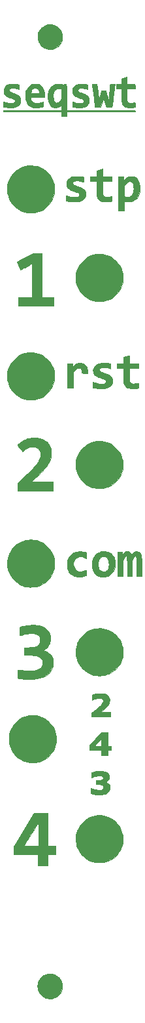
<source format=gbr>
G04 #@! TF.GenerationSoftware,KiCad,Pcbnew,(5.1.9)-1*
G04 #@! TF.CreationDate,2021-08-04T02:24:11+02:00*
G04 #@! TF.ProjectId,sequswit-panel,73657175-7377-4697-942d-70616e656c2e,rev?*
G04 #@! TF.SameCoordinates,Original*
G04 #@! TF.FileFunction,Soldermask,Top*
G04 #@! TF.FilePolarity,Negative*
%FSLAX46Y46*%
G04 Gerber Fmt 4.6, Leading zero omitted, Abs format (unit mm)*
G04 Created by KiCad (PCBNEW (5.1.9)-1) date 2021-08-04 02:24:11*
%MOMM*%
%LPD*%
G01*
G04 APERTURE LIST*
%ADD10C,0.010000*%
G04 APERTURE END LIST*
D10*
G04 #@! TO.C,Ref\u002A\u002A*
G36*
X217390359Y-187539011D02*
G01*
X217532845Y-187555417D01*
X217665212Y-187586838D01*
X217802297Y-187636764D01*
X217953167Y-187705856D01*
X218048787Y-187755141D01*
X218126595Y-187802843D01*
X218198831Y-187858027D01*
X218277734Y-187929763D01*
X218344750Y-187995951D01*
X218468401Y-188127913D01*
X218564154Y-188249665D01*
X218639935Y-188373558D01*
X218703669Y-188511942D01*
X218742502Y-188615837D01*
X218789470Y-188794843D01*
X218816028Y-188995782D01*
X218821326Y-189203047D01*
X218804514Y-189401028D01*
X218789665Y-189482225D01*
X218715105Y-189726366D01*
X218604161Y-189952417D01*
X218460153Y-190156975D01*
X218286398Y-190336637D01*
X218086216Y-190488000D01*
X217862927Y-190607662D01*
X217619849Y-190692221D01*
X217605823Y-190695823D01*
X217439813Y-190724881D01*
X217252757Y-190736599D01*
X217062235Y-190730956D01*
X216885828Y-190707933D01*
X216834400Y-190696689D01*
X216744640Y-190669438D01*
X216635741Y-190628753D01*
X216525670Y-190581578D01*
X216479411Y-190559520D01*
X216275314Y-190435399D01*
X216089906Y-190277320D01*
X215928607Y-190091524D01*
X215796836Y-189884252D01*
X215700037Y-189661827D01*
X215635883Y-189411282D01*
X215612039Y-189161630D01*
X215626570Y-188916526D01*
X215677543Y-188679624D01*
X215763023Y-188454581D01*
X215881078Y-188245051D01*
X216029773Y-188054689D01*
X216207175Y-187887152D01*
X216411349Y-187746093D01*
X216640362Y-187635169D01*
X216800781Y-187581198D01*
X216895456Y-187557842D01*
X216988648Y-187543312D01*
X217095117Y-187535961D01*
X217222917Y-187534131D01*
X217390359Y-187539011D01*
G37*
X217390359Y-187539011D02*
X217532845Y-187555417D01*
X217665212Y-187586838D01*
X217802297Y-187636764D01*
X217953167Y-187705856D01*
X218048787Y-187755141D01*
X218126595Y-187802843D01*
X218198831Y-187858027D01*
X218277734Y-187929763D01*
X218344750Y-187995951D01*
X218468401Y-188127913D01*
X218564154Y-188249665D01*
X218639935Y-188373558D01*
X218703669Y-188511942D01*
X218742502Y-188615837D01*
X218789470Y-188794843D01*
X218816028Y-188995782D01*
X218821326Y-189203047D01*
X218804514Y-189401028D01*
X218789665Y-189482225D01*
X218715105Y-189726366D01*
X218604161Y-189952417D01*
X218460153Y-190156975D01*
X218286398Y-190336637D01*
X218086216Y-190488000D01*
X217862927Y-190607662D01*
X217619849Y-190692221D01*
X217605823Y-190695823D01*
X217439813Y-190724881D01*
X217252757Y-190736599D01*
X217062235Y-190730956D01*
X216885828Y-190707933D01*
X216834400Y-190696689D01*
X216744640Y-190669438D01*
X216635741Y-190628753D01*
X216525670Y-190581578D01*
X216479411Y-190559520D01*
X216275314Y-190435399D01*
X216089906Y-190277320D01*
X215928607Y-190091524D01*
X215796836Y-189884252D01*
X215700037Y-189661827D01*
X215635883Y-189411282D01*
X215612039Y-189161630D01*
X215626570Y-188916526D01*
X215677543Y-188679624D01*
X215763023Y-188454581D01*
X215881078Y-188245051D01*
X216029773Y-188054689D01*
X216207175Y-187887152D01*
X216411349Y-187746093D01*
X216640362Y-187635169D01*
X216800781Y-187581198D01*
X216895456Y-187557842D01*
X216988648Y-187543312D01*
X217095117Y-187535961D01*
X217222917Y-187534131D01*
X217390359Y-187539011D01*
G36*
X216937167Y-171031866D02*
G01*
X217974334Y-171031866D01*
X217974334Y-172153700D01*
X216937167Y-172153700D01*
X216937167Y-173529533D01*
X215688334Y-173529533D01*
X215688334Y-172153700D01*
X212555667Y-172153700D01*
X212555667Y-171053669D01*
X212575289Y-171021653D01*
X213825667Y-171021653D01*
X213846125Y-171023769D01*
X213904669Y-171025736D01*
X213997050Y-171027509D01*
X214119020Y-171029042D01*
X214266331Y-171030289D01*
X214434735Y-171031204D01*
X214619984Y-171031740D01*
X214767584Y-171031866D01*
X215709500Y-171031866D01*
X215709500Y-169535383D01*
X215709246Y-169275939D01*
X215708510Y-169033622D01*
X215707326Y-168811372D01*
X215705734Y-168612128D01*
X215703768Y-168438828D01*
X215701466Y-168294413D01*
X215698865Y-168181821D01*
X215696002Y-168103992D01*
X215692912Y-168063864D01*
X215691045Y-168059008D01*
X215676771Y-168080033D01*
X215642219Y-168133421D01*
X215589422Y-168215941D01*
X215520415Y-168324362D01*
X215437233Y-168455452D01*
X215341911Y-168605981D01*
X215236482Y-168772717D01*
X215122981Y-168952428D01*
X215003444Y-169141884D01*
X214879903Y-169337854D01*
X214754394Y-169537106D01*
X214628951Y-169736408D01*
X214505610Y-169932530D01*
X214386403Y-170122241D01*
X214273366Y-170302309D01*
X214168533Y-170469502D01*
X214073939Y-170620591D01*
X213991618Y-170752343D01*
X213923605Y-170861527D01*
X213871933Y-170944912D01*
X213838639Y-170999267D01*
X213825756Y-171021360D01*
X213825667Y-171021653D01*
X212575289Y-171021653D01*
X213872593Y-168904934D01*
X215189519Y-166756200D01*
X216937167Y-166756200D01*
X216937167Y-171031866D01*
G37*
X216937167Y-171031866D02*
X217974334Y-171031866D01*
X217974334Y-172153700D01*
X216937167Y-172153700D01*
X216937167Y-173529533D01*
X215688334Y-173529533D01*
X215688334Y-172153700D01*
X212555667Y-172153700D01*
X212555667Y-171053669D01*
X212575289Y-171021653D01*
X213825667Y-171021653D01*
X213846125Y-171023769D01*
X213904669Y-171025736D01*
X213997050Y-171027509D01*
X214119020Y-171029042D01*
X214266331Y-171030289D01*
X214434735Y-171031204D01*
X214619984Y-171031740D01*
X214767584Y-171031866D01*
X215709500Y-171031866D01*
X215709500Y-169535383D01*
X215709246Y-169275939D01*
X215708510Y-169033622D01*
X215707326Y-168811372D01*
X215705734Y-168612128D01*
X215703768Y-168438828D01*
X215701466Y-168294413D01*
X215698865Y-168181821D01*
X215696002Y-168103992D01*
X215692912Y-168063864D01*
X215691045Y-168059008D01*
X215676771Y-168080033D01*
X215642219Y-168133421D01*
X215589422Y-168215941D01*
X215520415Y-168324362D01*
X215437233Y-168455452D01*
X215341911Y-168605981D01*
X215236482Y-168772717D01*
X215122981Y-168952428D01*
X215003444Y-169141884D01*
X214879903Y-169337854D01*
X214754394Y-169537106D01*
X214628951Y-169736408D01*
X214505610Y-169932530D01*
X214386403Y-170122241D01*
X214273366Y-170302309D01*
X214168533Y-170469502D01*
X214073939Y-170620591D01*
X213991618Y-170752343D01*
X213923605Y-170861527D01*
X213871933Y-170944912D01*
X213838639Y-170999267D01*
X213825756Y-171021360D01*
X213825667Y-171021653D01*
X212575289Y-171021653D01*
X213872593Y-168904934D01*
X215189519Y-166756200D01*
X216937167Y-166756200D01*
X216937167Y-171031866D01*
G36*
X224103336Y-167118918D02*
G01*
X224436017Y-167190902D01*
X224759635Y-167299477D01*
X225070703Y-167444235D01*
X225365734Y-167624765D01*
X225641243Y-167840658D01*
X225706727Y-167900172D01*
X225854140Y-168049313D01*
X226001310Y-168218256D01*
X226135027Y-168391214D01*
X226212468Y-168504527D01*
X226332290Y-168715418D01*
X226441955Y-168954676D01*
X226535846Y-169208579D01*
X226608351Y-169463407D01*
X226613183Y-169483957D01*
X226636594Y-169616390D01*
X226654156Y-169778849D01*
X226665530Y-169959388D01*
X226670382Y-170146060D01*
X226668372Y-170326918D01*
X226659163Y-170490015D01*
X226644933Y-170608785D01*
X226565956Y-170964383D01*
X226449858Y-171301620D01*
X226298577Y-171618457D01*
X226114052Y-171912855D01*
X225898222Y-172182774D01*
X225653026Y-172426176D01*
X225380403Y-172641022D01*
X225082291Y-172825273D01*
X224760630Y-172976890D01*
X224417357Y-173093834D01*
X224239667Y-173138346D01*
X224136814Y-173155083D01*
X224002318Y-173168133D01*
X223846727Y-173177297D01*
X223680587Y-173182377D01*
X223514445Y-173183177D01*
X223358848Y-173179497D01*
X223224342Y-173171141D01*
X223128417Y-173159176D01*
X222775783Y-173076767D01*
X222443070Y-172958789D01*
X222131917Y-172807701D01*
X221843962Y-172625961D01*
X221580845Y-172416027D01*
X221344205Y-172180357D01*
X221135680Y-171921411D01*
X220956910Y-171641647D01*
X220809534Y-171343522D01*
X220695190Y-171029497D01*
X220615519Y-170702028D01*
X220572158Y-170363574D01*
X220566747Y-170016595D01*
X220600925Y-169663548D01*
X220644734Y-169433783D01*
X220741389Y-169103914D01*
X220876693Y-168787126D01*
X221048079Y-168486840D01*
X221252980Y-168206478D01*
X221488827Y-167949461D01*
X221753055Y-167719209D01*
X222043095Y-167519144D01*
X222112168Y-167478342D01*
X222426011Y-167322186D01*
X222751710Y-167205077D01*
X223085779Y-167126605D01*
X223424731Y-167086360D01*
X223765079Y-167083934D01*
X224103336Y-167118918D01*
G37*
X224103336Y-167118918D02*
X224436017Y-167190902D01*
X224759635Y-167299477D01*
X225070703Y-167444235D01*
X225365734Y-167624765D01*
X225641243Y-167840658D01*
X225706727Y-167900172D01*
X225854140Y-168049313D01*
X226001310Y-168218256D01*
X226135027Y-168391214D01*
X226212468Y-168504527D01*
X226332290Y-168715418D01*
X226441955Y-168954676D01*
X226535846Y-169208579D01*
X226608351Y-169463407D01*
X226613183Y-169483957D01*
X226636594Y-169616390D01*
X226654156Y-169778849D01*
X226665530Y-169959388D01*
X226670382Y-170146060D01*
X226668372Y-170326918D01*
X226659163Y-170490015D01*
X226644933Y-170608785D01*
X226565956Y-170964383D01*
X226449858Y-171301620D01*
X226298577Y-171618457D01*
X226114052Y-171912855D01*
X225898222Y-172182774D01*
X225653026Y-172426176D01*
X225380403Y-172641022D01*
X225082291Y-172825273D01*
X224760630Y-172976890D01*
X224417357Y-173093834D01*
X224239667Y-173138346D01*
X224136814Y-173155083D01*
X224002318Y-173168133D01*
X223846727Y-173177297D01*
X223680587Y-173182377D01*
X223514445Y-173183177D01*
X223358848Y-173179497D01*
X223224342Y-173171141D01*
X223128417Y-173159176D01*
X222775783Y-173076767D01*
X222443070Y-172958789D01*
X222131917Y-172807701D01*
X221843962Y-172625961D01*
X221580845Y-172416027D01*
X221344205Y-172180357D01*
X221135680Y-171921411D01*
X220956910Y-171641647D01*
X220809534Y-171343522D01*
X220695190Y-171029497D01*
X220615519Y-170702028D01*
X220572158Y-170363574D01*
X220566747Y-170016595D01*
X220600925Y-169663548D01*
X220644734Y-169433783D01*
X220741389Y-169103914D01*
X220876693Y-168787126D01*
X221048079Y-168486840D01*
X221252980Y-168206478D01*
X221488827Y-167949461D01*
X221753055Y-167719209D01*
X222043095Y-167519144D01*
X222112168Y-167478342D01*
X222426011Y-167322186D01*
X222751710Y-167205077D01*
X223085779Y-167126605D01*
X223424731Y-167086360D01*
X223765079Y-167083934D01*
X224103336Y-167118918D01*
G36*
X223939873Y-161382517D02*
G01*
X224155172Y-161408966D01*
X224198647Y-161417367D01*
X224411238Y-161474771D01*
X224586150Y-161550854D01*
X224723964Y-161646168D01*
X224825256Y-161761265D01*
X224890607Y-161896699D01*
X224920595Y-162053023D01*
X224922829Y-162109158D01*
X224903926Y-162276258D01*
X224847002Y-162428096D01*
X224754949Y-162559949D01*
X224630660Y-162667097D01*
X224553679Y-162711768D01*
X224483918Y-162744670D01*
X224426817Y-162768077D01*
X224395036Y-162776866D01*
X224365949Y-162783158D01*
X224370001Y-162797846D01*
X224400621Y-162814647D01*
X224447098Y-162826650D01*
X224540905Y-162853028D01*
X224646695Y-162900097D01*
X224748723Y-162959369D01*
X224831244Y-163022358D01*
X224855233Y-163046657D01*
X224932873Y-163153051D01*
X224980210Y-163265886D01*
X225001586Y-163397641D01*
X225003896Y-163473939D01*
X224984600Y-163666455D01*
X224928098Y-163839424D01*
X224835132Y-163992058D01*
X224706445Y-164123569D01*
X224542782Y-164233166D01*
X224344886Y-164320063D01*
X224155000Y-164374419D01*
X224052338Y-164391755D01*
X223918772Y-164405284D01*
X223765592Y-164414626D01*
X223604087Y-164419398D01*
X223445548Y-164419219D01*
X223301266Y-164413707D01*
X223213084Y-164406281D01*
X223098161Y-164390298D01*
X222968220Y-164367131D01*
X222835515Y-164339455D01*
X222712304Y-164309944D01*
X222610844Y-164281272D01*
X222562209Y-164264289D01*
X222482834Y-164232770D01*
X222482834Y-163906985D01*
X222482845Y-163773781D01*
X222485785Y-163678775D01*
X222496010Y-163617858D01*
X222517876Y-163586918D01*
X222555742Y-163581846D01*
X222613964Y-163598529D01*
X222696900Y-163632859D01*
X222749376Y-163655519D01*
X222951240Y-163730903D01*
X223152508Y-163784866D01*
X223348306Y-163817518D01*
X223533758Y-163828973D01*
X223703989Y-163819341D01*
X223854123Y-163788734D01*
X223979284Y-163737264D01*
X224074598Y-163665042D01*
X224107375Y-163624439D01*
X224145103Y-163538176D01*
X224158202Y-163438265D01*
X224146882Y-163339950D01*
X224111354Y-163258476D01*
X224102162Y-163246487D01*
X224054953Y-163199564D01*
X223998384Y-163163933D01*
X223925879Y-163137854D01*
X223830865Y-163119587D01*
X223706766Y-163107395D01*
X223547009Y-163099539D01*
X223546459Y-163099520D01*
X223223667Y-163088288D01*
X223223667Y-162565200D01*
X223377125Y-162565039D01*
X223518171Y-162560884D01*
X223656696Y-162549604D01*
X223782897Y-162532543D01*
X223886967Y-162511041D01*
X223959101Y-162486441D01*
X223962044Y-162484975D01*
X224037144Y-162426946D01*
X224087323Y-162348510D01*
X224109471Y-162260548D01*
X224100479Y-162173941D01*
X224068465Y-162112548D01*
X224014485Y-162058517D01*
X223945024Y-162019117D01*
X223851026Y-161990522D01*
X223730621Y-161969864D01*
X223556263Y-161961508D01*
X223361699Y-161977973D01*
X223159171Y-162016889D01*
X222960922Y-162075887D01*
X222779194Y-162152596D01*
X222774579Y-162154917D01*
X222707675Y-162187989D01*
X222659121Y-162206410D01*
X222625976Y-162205801D01*
X222605300Y-162181784D01*
X222594150Y-162129980D01*
X222589588Y-162046012D01*
X222588671Y-161925502D01*
X222588667Y-161878133D01*
X222588667Y-161550900D01*
X222731542Y-161506607D01*
X222952818Y-161449920D01*
X223195680Y-161408475D01*
X223448737Y-161382964D01*
X223700598Y-161374080D01*
X223939873Y-161382517D01*
G37*
X223939873Y-161382517D02*
X224155172Y-161408966D01*
X224198647Y-161417367D01*
X224411238Y-161474771D01*
X224586150Y-161550854D01*
X224723964Y-161646168D01*
X224825256Y-161761265D01*
X224890607Y-161896699D01*
X224920595Y-162053023D01*
X224922829Y-162109158D01*
X224903926Y-162276258D01*
X224847002Y-162428096D01*
X224754949Y-162559949D01*
X224630660Y-162667097D01*
X224553679Y-162711768D01*
X224483918Y-162744670D01*
X224426817Y-162768077D01*
X224395036Y-162776866D01*
X224365949Y-162783158D01*
X224370001Y-162797846D01*
X224400621Y-162814647D01*
X224447098Y-162826650D01*
X224540905Y-162853028D01*
X224646695Y-162900097D01*
X224748723Y-162959369D01*
X224831244Y-163022358D01*
X224855233Y-163046657D01*
X224932873Y-163153051D01*
X224980210Y-163265886D01*
X225001586Y-163397641D01*
X225003896Y-163473939D01*
X224984600Y-163666455D01*
X224928098Y-163839424D01*
X224835132Y-163992058D01*
X224706445Y-164123569D01*
X224542782Y-164233166D01*
X224344886Y-164320063D01*
X224155000Y-164374419D01*
X224052338Y-164391755D01*
X223918772Y-164405284D01*
X223765592Y-164414626D01*
X223604087Y-164419398D01*
X223445548Y-164419219D01*
X223301266Y-164413707D01*
X223213084Y-164406281D01*
X223098161Y-164390298D01*
X222968220Y-164367131D01*
X222835515Y-164339455D01*
X222712304Y-164309944D01*
X222610844Y-164281272D01*
X222562209Y-164264289D01*
X222482834Y-164232770D01*
X222482834Y-163906985D01*
X222482845Y-163773781D01*
X222485785Y-163678775D01*
X222496010Y-163617858D01*
X222517876Y-163586918D01*
X222555742Y-163581846D01*
X222613964Y-163598529D01*
X222696900Y-163632859D01*
X222749376Y-163655519D01*
X222951240Y-163730903D01*
X223152508Y-163784866D01*
X223348306Y-163817518D01*
X223533758Y-163828973D01*
X223703989Y-163819341D01*
X223854123Y-163788734D01*
X223979284Y-163737264D01*
X224074598Y-163665042D01*
X224107375Y-163624439D01*
X224145103Y-163538176D01*
X224158202Y-163438265D01*
X224146882Y-163339950D01*
X224111354Y-163258476D01*
X224102162Y-163246487D01*
X224054953Y-163199564D01*
X223998384Y-163163933D01*
X223925879Y-163137854D01*
X223830865Y-163119587D01*
X223706766Y-163107395D01*
X223547009Y-163099539D01*
X223546459Y-163099520D01*
X223223667Y-163088288D01*
X223223667Y-162565200D01*
X223377125Y-162565039D01*
X223518171Y-162560884D01*
X223656696Y-162549604D01*
X223782897Y-162532543D01*
X223886967Y-162511041D01*
X223959101Y-162486441D01*
X223962044Y-162484975D01*
X224037144Y-162426946D01*
X224087323Y-162348510D01*
X224109471Y-162260548D01*
X224100479Y-162173941D01*
X224068465Y-162112548D01*
X224014485Y-162058517D01*
X223945024Y-162019117D01*
X223851026Y-161990522D01*
X223730621Y-161969864D01*
X223556263Y-161961508D01*
X223361699Y-161977973D01*
X223159171Y-162016889D01*
X222960922Y-162075887D01*
X222779194Y-162152596D01*
X222774579Y-162154917D01*
X222707675Y-162187989D01*
X222659121Y-162206410D01*
X222625976Y-162205801D01*
X222605300Y-162181784D01*
X222594150Y-162129980D01*
X222589588Y-162046012D01*
X222588671Y-161925502D01*
X222588667Y-161878133D01*
X222588667Y-161550900D01*
X222731542Y-161506607D01*
X222952818Y-161449920D01*
X223195680Y-161408475D01*
X223448737Y-161382964D01*
X223700598Y-161374080D01*
X223939873Y-161382517D01*
G36*
X215130606Y-154188662D02*
G01*
X215289033Y-154196513D01*
X215420173Y-154210734D01*
X215424908Y-154211474D01*
X215781924Y-154287990D01*
X216117803Y-154401108D01*
X216433491Y-154551314D01*
X216729935Y-154739093D01*
X217008081Y-154964932D01*
X217139550Y-155091224D01*
X217376764Y-155361136D01*
X217578770Y-155654417D01*
X217745213Y-155970409D01*
X217875742Y-156308459D01*
X217958233Y-156612843D01*
X217980716Y-156747923D01*
X217996523Y-156913229D01*
X218005559Y-157097168D01*
X218007730Y-157288149D01*
X218002938Y-157474580D01*
X217991090Y-157644867D01*
X217972089Y-157787418D01*
X217968069Y-157808412D01*
X217877102Y-158156026D01*
X217749645Y-158486372D01*
X217587943Y-158796930D01*
X217394243Y-159085181D01*
X217170790Y-159348604D01*
X216919831Y-159584680D01*
X216643611Y-159790887D01*
X216344377Y-159964707D01*
X216024374Y-160103619D01*
X215878834Y-160152644D01*
X215638053Y-160214826D01*
X215380398Y-160259923D01*
X215118956Y-160286615D01*
X214866817Y-160293580D01*
X214637070Y-160279499D01*
X214630000Y-160278658D01*
X214275317Y-160216745D01*
X213939074Y-160118402D01*
X213615393Y-159981851D01*
X213564574Y-159956439D01*
X213254441Y-159774888D01*
X212971971Y-159562031D01*
X212718598Y-159319792D01*
X212495760Y-159050096D01*
X212304892Y-158754869D01*
X212147431Y-158436034D01*
X212024811Y-158095516D01*
X211949229Y-157791348D01*
X211927618Y-157643753D01*
X211914353Y-157467073D01*
X211909326Y-157273701D01*
X211912432Y-157076033D01*
X211923563Y-156886464D01*
X211942613Y-156717389D01*
X211959275Y-156623962D01*
X212050684Y-156281469D01*
X212173121Y-155965405D01*
X212329165Y-155671027D01*
X212521398Y-155393589D01*
X212752401Y-155128347D01*
X212798413Y-155081418D01*
X213065203Y-154839508D01*
X213345095Y-154636814D01*
X213641860Y-154471258D01*
X213959270Y-154340763D01*
X214301097Y-154243252D01*
X214333667Y-154235918D01*
X214455169Y-154215795D01*
X214607172Y-154200750D01*
X214778117Y-154191040D01*
X214956448Y-154186924D01*
X215130606Y-154188662D01*
G37*
X215130606Y-154188662D02*
X215289033Y-154196513D01*
X215420173Y-154210734D01*
X215424908Y-154211474D01*
X215781924Y-154287990D01*
X216117803Y-154401108D01*
X216433491Y-154551314D01*
X216729935Y-154739093D01*
X217008081Y-154964932D01*
X217139550Y-155091224D01*
X217376764Y-155361136D01*
X217578770Y-155654417D01*
X217745213Y-155970409D01*
X217875742Y-156308459D01*
X217958233Y-156612843D01*
X217980716Y-156747923D01*
X217996523Y-156913229D01*
X218005559Y-157097168D01*
X218007730Y-157288149D01*
X218002938Y-157474580D01*
X217991090Y-157644867D01*
X217972089Y-157787418D01*
X217968069Y-157808412D01*
X217877102Y-158156026D01*
X217749645Y-158486372D01*
X217587943Y-158796930D01*
X217394243Y-159085181D01*
X217170790Y-159348604D01*
X216919831Y-159584680D01*
X216643611Y-159790887D01*
X216344377Y-159964707D01*
X216024374Y-160103619D01*
X215878834Y-160152644D01*
X215638053Y-160214826D01*
X215380398Y-160259923D01*
X215118956Y-160286615D01*
X214866817Y-160293580D01*
X214637070Y-160279499D01*
X214630000Y-160278658D01*
X214275317Y-160216745D01*
X213939074Y-160118402D01*
X213615393Y-159981851D01*
X213564574Y-159956439D01*
X213254441Y-159774888D01*
X212971971Y-159562031D01*
X212718598Y-159319792D01*
X212495760Y-159050096D01*
X212304892Y-158754869D01*
X212147431Y-158436034D01*
X212024811Y-158095516D01*
X211949229Y-157791348D01*
X211927618Y-157643753D01*
X211914353Y-157467073D01*
X211909326Y-157273701D01*
X211912432Y-157076033D01*
X211923563Y-156886464D01*
X211942613Y-156717389D01*
X211959275Y-156623962D01*
X212050684Y-156281469D01*
X212173121Y-155965405D01*
X212329165Y-155671027D01*
X212521398Y-155393589D01*
X212752401Y-155128347D01*
X212798413Y-155081418D01*
X213065203Y-154839508D01*
X213345095Y-154636814D01*
X213641860Y-154471258D01*
X213959270Y-154340763D01*
X214301097Y-154243252D01*
X214333667Y-154235918D01*
X214455169Y-154215795D01*
X214607172Y-154200750D01*
X214778117Y-154191040D01*
X214956448Y-154186924D01*
X215130606Y-154188662D01*
G36*
X224705334Y-158120200D02*
G01*
X225149834Y-158120200D01*
X225149834Y-158670533D01*
X224705334Y-158670533D01*
X224705334Y-159347866D01*
X223901000Y-159347866D01*
X223901000Y-158670533D01*
X222377000Y-158670533D01*
X222377000Y-158120200D01*
X223025788Y-158120200D01*
X223901000Y-158120200D01*
X223901000Y-157618550D01*
X223900271Y-157475182D01*
X223898214Y-157350635D01*
X223895020Y-157250010D01*
X223890885Y-157178411D01*
X223886001Y-157140942D01*
X223882753Y-157137008D01*
X223864516Y-157157779D01*
X223822337Y-157206162D01*
X223760013Y-157277790D01*
X223681342Y-157368295D01*
X223590121Y-157473311D01*
X223490149Y-157588471D01*
X223487925Y-157591033D01*
X223386217Y-157708166D01*
X223291722Y-157816879D01*
X223208562Y-157912438D01*
X223140859Y-157990109D01*
X223092735Y-158045160D01*
X223068566Y-158072575D01*
X223025788Y-158120200D01*
X222377000Y-158120200D01*
X222377000Y-158103124D01*
X223864550Y-156405700D01*
X224705334Y-156405700D01*
X224705334Y-158120200D01*
G37*
X224705334Y-158120200D02*
X225149834Y-158120200D01*
X225149834Y-158670533D01*
X224705334Y-158670533D01*
X224705334Y-159347866D01*
X223901000Y-159347866D01*
X223901000Y-158670533D01*
X222377000Y-158670533D01*
X222377000Y-158120200D01*
X223025788Y-158120200D01*
X223901000Y-158120200D01*
X223901000Y-157618550D01*
X223900271Y-157475182D01*
X223898214Y-157350635D01*
X223895020Y-157250010D01*
X223890885Y-157178411D01*
X223886001Y-157140942D01*
X223882753Y-157137008D01*
X223864516Y-157157779D01*
X223822337Y-157206162D01*
X223760013Y-157277790D01*
X223681342Y-157368295D01*
X223590121Y-157473311D01*
X223490149Y-157588471D01*
X223487925Y-157591033D01*
X223386217Y-157708166D01*
X223291722Y-157816879D01*
X223208562Y-157912438D01*
X223140859Y-157990109D01*
X223092735Y-158045160D01*
X223068566Y-158072575D01*
X223025788Y-158120200D01*
X222377000Y-158120200D01*
X222377000Y-158103124D01*
X223864550Y-156405700D01*
X224705334Y-156405700D01*
X224705334Y-158120200D01*
G36*
X223884130Y-151359098D02*
G01*
X224024328Y-151364898D01*
X224139905Y-151376394D01*
X224239675Y-151395064D01*
X224332449Y-151422389D01*
X224427041Y-151459848D01*
X224489215Y-151488218D01*
X224607147Y-151560346D01*
X224720601Y-151658744D01*
X224816623Y-151770718D01*
X224874083Y-151865450D01*
X224911269Y-151976503D01*
X224932792Y-152112992D01*
X224938178Y-152260837D01*
X224926950Y-152405959D01*
X224898632Y-152534278D01*
X224896860Y-152539697D01*
X224819526Y-152713596D01*
X224701669Y-152893765D01*
X224544430Y-153078984D01*
X224348952Y-153268037D01*
X224116379Y-153459706D01*
X223861606Y-153643450D01*
X223705909Y-153749283D01*
X224396121Y-153754864D01*
X225086334Y-153760445D01*
X225086334Y-154331366D01*
X222588667Y-154331366D01*
X222588667Y-153829577D01*
X222742125Y-153727975D01*
X222910169Y-153612873D01*
X223082820Y-153487634D01*
X223254117Y-153357110D01*
X223418098Y-153226152D01*
X223568800Y-153099609D01*
X223700260Y-152982333D01*
X223806518Y-152879175D01*
X223867222Y-152812638D01*
X223976414Y-152663425D01*
X224049097Y-152520604D01*
X224085252Y-152386680D01*
X224084861Y-152264157D01*
X224047905Y-152155539D01*
X223974366Y-152063331D01*
X223873256Y-151994566D01*
X223804762Y-151962534D01*
X223743920Y-151943970D01*
X223674117Y-151935430D01*
X223578737Y-151933471D01*
X223578552Y-151933471D01*
X223410950Y-151943668D01*
X223249230Y-151975812D01*
X223080943Y-152033099D01*
X222933595Y-152098996D01*
X222848456Y-152138823D01*
X222775194Y-152170366D01*
X222723556Y-152189577D01*
X222706054Y-152193533D01*
X222693635Y-152188462D01*
X222684752Y-152169377D01*
X222678844Y-152130471D01*
X222675347Y-152065935D01*
X222673700Y-151969960D01*
X222673334Y-151855686D01*
X222673334Y-151517840D01*
X222781123Y-151485830D01*
X222955207Y-151437359D01*
X223110923Y-151402209D01*
X223261599Y-151378541D01*
X223420569Y-151364512D01*
X223601163Y-151358283D01*
X223710500Y-151357515D01*
X223884130Y-151359098D01*
G37*
X223884130Y-151359098D02*
X224024328Y-151364898D01*
X224139905Y-151376394D01*
X224239675Y-151395064D01*
X224332449Y-151422389D01*
X224427041Y-151459848D01*
X224489215Y-151488218D01*
X224607147Y-151560346D01*
X224720601Y-151658744D01*
X224816623Y-151770718D01*
X224874083Y-151865450D01*
X224911269Y-151976503D01*
X224932792Y-152112992D01*
X224938178Y-152260837D01*
X224926950Y-152405959D01*
X224898632Y-152534278D01*
X224896860Y-152539697D01*
X224819526Y-152713596D01*
X224701669Y-152893765D01*
X224544430Y-153078984D01*
X224348952Y-153268037D01*
X224116379Y-153459706D01*
X223861606Y-153643450D01*
X223705909Y-153749283D01*
X224396121Y-153754864D01*
X225086334Y-153760445D01*
X225086334Y-154331366D01*
X222588667Y-154331366D01*
X222588667Y-153829577D01*
X222742125Y-153727975D01*
X222910169Y-153612873D01*
X223082820Y-153487634D01*
X223254117Y-153357110D01*
X223418098Y-153226152D01*
X223568800Y-153099609D01*
X223700260Y-152982333D01*
X223806518Y-152879175D01*
X223867222Y-152812638D01*
X223976414Y-152663425D01*
X224049097Y-152520604D01*
X224085252Y-152386680D01*
X224084861Y-152264157D01*
X224047905Y-152155539D01*
X223974366Y-152063331D01*
X223873256Y-151994566D01*
X223804762Y-151962534D01*
X223743920Y-151943970D01*
X223674117Y-151935430D01*
X223578737Y-151933471D01*
X223578552Y-151933471D01*
X223410950Y-151943668D01*
X223249230Y-151975812D01*
X223080943Y-152033099D01*
X222933595Y-152098996D01*
X222848456Y-152138823D01*
X222775194Y-152170366D01*
X222723556Y-152189577D01*
X222706054Y-152193533D01*
X222693635Y-152188462D01*
X222684752Y-152169377D01*
X222678844Y-152130471D01*
X222675347Y-152065935D01*
X222673700Y-151969960D01*
X222673334Y-151855686D01*
X222673334Y-151517840D01*
X222781123Y-151485830D01*
X222955207Y-151437359D01*
X223110923Y-151402209D01*
X223261599Y-151378541D01*
X223420569Y-151364512D01*
X223601163Y-151358283D01*
X223710500Y-151357515D01*
X223884130Y-151359098D01*
G36*
X215177825Y-142531034D02*
G01*
X215469901Y-142549332D01*
X215734858Y-142586557D01*
X215777375Y-142594983D01*
X216080694Y-142674383D01*
X216350599Y-142779515D01*
X216587007Y-142910313D01*
X216789838Y-143066714D01*
X216959009Y-143248652D01*
X217094441Y-143456063D01*
X217196052Y-143688883D01*
X217211984Y-143737450D01*
X217239587Y-143856217D01*
X217259490Y-144003140D01*
X217270951Y-144164615D01*
X217273225Y-144327039D01*
X217265567Y-144476809D01*
X217256513Y-144551038D01*
X217219924Y-144724894D01*
X217166576Y-144898034D01*
X217101749Y-145055021D01*
X217053003Y-145145989D01*
X216952234Y-145284236D01*
X216820719Y-145423304D01*
X216668900Y-145554226D01*
X216507216Y-145668035D01*
X216346109Y-145755763D01*
X216339574Y-145758714D01*
X216294437Y-145780077D01*
X216276181Y-145795355D01*
X216288412Y-145808402D01*
X216334734Y-145823072D01*
X216418584Y-145843179D01*
X216663243Y-145921014D01*
X216895036Y-146036168D01*
X217106345Y-146184295D01*
X217250101Y-146317873D01*
X217399791Y-146504159D01*
X217512498Y-146709396D01*
X217588667Y-146934775D01*
X217628746Y-147181487D01*
X217635667Y-147346979D01*
X217617672Y-147652728D01*
X217563816Y-147936102D01*
X217474288Y-148196916D01*
X217349280Y-148434983D01*
X217188984Y-148650118D01*
X216993590Y-148842133D01*
X216763289Y-149010842D01*
X216498273Y-149156059D01*
X216198731Y-149277597D01*
X215864856Y-149375271D01*
X215496839Y-149448894D01*
X215477781Y-149451903D01*
X215405675Y-149461247D01*
X215305802Y-149471567D01*
X215186155Y-149482300D01*
X215054728Y-149492885D01*
X214919514Y-149502759D01*
X214788508Y-149511360D01*
X214669703Y-149518126D01*
X214571093Y-149522495D01*
X214500672Y-149523904D01*
X214471250Y-149522691D01*
X214444099Y-149520944D01*
X214381930Y-149517737D01*
X214292020Y-149513419D01*
X214181647Y-149508343D01*
X214078531Y-149503752D01*
X213926786Y-149495781D01*
X213760918Y-149484890D01*
X213597500Y-149472301D01*
X213453104Y-149459232D01*
X213403763Y-149454075D01*
X213294353Y-149442167D01*
X213199858Y-149432134D01*
X213128310Y-149424812D01*
X213087740Y-149421033D01*
X213082107Y-149420700D01*
X213077205Y-149400451D01*
X213072793Y-149343375D01*
X213069052Y-149254976D01*
X213066164Y-149140758D01*
X213064308Y-149006227D01*
X213063667Y-148859783D01*
X213064327Y-148710669D01*
X213066186Y-148576468D01*
X213069067Y-148462683D01*
X213072789Y-148374819D01*
X213077173Y-148318381D01*
X213081944Y-148298866D01*
X213111870Y-148302549D01*
X213168047Y-148311950D01*
X213206395Y-148319001D01*
X213388234Y-148348766D01*
X213601941Y-148375732D01*
X213837086Y-148398815D01*
X214083240Y-148416934D01*
X214223810Y-148424595D01*
X214582164Y-148433385D01*
X214903227Y-148423806D01*
X215188039Y-148395465D01*
X215437637Y-148347968D01*
X215653058Y-148280921D01*
X215835342Y-148193928D01*
X215985526Y-148086597D01*
X216104647Y-147958534D01*
X216193745Y-147809344D01*
X216249406Y-147655628D01*
X216276464Y-147502865D01*
X216280357Y-147341632D01*
X216261975Y-147185988D01*
X216222209Y-147049990D01*
X216209256Y-147021168D01*
X216115961Y-146874938D01*
X215988348Y-146748548D01*
X215825254Y-146641216D01*
X215625512Y-146552161D01*
X215413167Y-146486919D01*
X215348285Y-146470768D01*
X215289850Y-146457889D01*
X215231811Y-146447821D01*
X215168122Y-146440105D01*
X215092733Y-146434280D01*
X214999598Y-146429887D01*
X214882666Y-146426464D01*
X214735891Y-146423553D01*
X214553224Y-146420693D01*
X214540042Y-146420500D01*
X213889167Y-146410943D01*
X213889167Y-145424260D01*
X214455375Y-145415008D01*
X214660080Y-145410685D01*
X214828790Y-145404395D01*
X214967836Y-145395137D01*
X215083545Y-145381907D01*
X215182247Y-145363705D01*
X215270269Y-145339529D01*
X215353941Y-145308377D01*
X215439591Y-145269247D01*
X215469121Y-145254538D01*
X215628122Y-145157741D01*
X215751335Y-145044008D01*
X215843018Y-144907694D01*
X215907431Y-144743154D01*
X215932399Y-144640457D01*
X215953338Y-144453176D01*
X215941052Y-144272267D01*
X215896534Y-144107167D01*
X215870178Y-144048171D01*
X215802907Y-143947034D01*
X215709950Y-143848634D01*
X215605730Y-143766721D01*
X215531977Y-143725744D01*
X215338727Y-143660435D01*
X215113425Y-143620789D01*
X214857636Y-143606735D01*
X214572921Y-143618202D01*
X214260842Y-143655118D01*
X213922962Y-143717412D01*
X213560843Y-143805012D01*
X213513108Y-143817970D01*
X213253466Y-143889287D01*
X213259108Y-143349821D01*
X213264750Y-142810356D01*
X213349417Y-142780909D01*
X213619125Y-142699820D01*
X213914595Y-142633609D01*
X214227014Y-142582950D01*
X214547567Y-142548517D01*
X214867442Y-142530987D01*
X215177825Y-142531034D01*
G37*
X215177825Y-142531034D02*
X215469901Y-142549332D01*
X215734858Y-142586557D01*
X215777375Y-142594983D01*
X216080694Y-142674383D01*
X216350599Y-142779515D01*
X216587007Y-142910313D01*
X216789838Y-143066714D01*
X216959009Y-143248652D01*
X217094441Y-143456063D01*
X217196052Y-143688883D01*
X217211984Y-143737450D01*
X217239587Y-143856217D01*
X217259490Y-144003140D01*
X217270951Y-144164615D01*
X217273225Y-144327039D01*
X217265567Y-144476809D01*
X217256513Y-144551038D01*
X217219924Y-144724894D01*
X217166576Y-144898034D01*
X217101749Y-145055021D01*
X217053003Y-145145989D01*
X216952234Y-145284236D01*
X216820719Y-145423304D01*
X216668900Y-145554226D01*
X216507216Y-145668035D01*
X216346109Y-145755763D01*
X216339574Y-145758714D01*
X216294437Y-145780077D01*
X216276181Y-145795355D01*
X216288412Y-145808402D01*
X216334734Y-145823072D01*
X216418584Y-145843179D01*
X216663243Y-145921014D01*
X216895036Y-146036168D01*
X217106345Y-146184295D01*
X217250101Y-146317873D01*
X217399791Y-146504159D01*
X217512498Y-146709396D01*
X217588667Y-146934775D01*
X217628746Y-147181487D01*
X217635667Y-147346979D01*
X217617672Y-147652728D01*
X217563816Y-147936102D01*
X217474288Y-148196916D01*
X217349280Y-148434983D01*
X217188984Y-148650118D01*
X216993590Y-148842133D01*
X216763289Y-149010842D01*
X216498273Y-149156059D01*
X216198731Y-149277597D01*
X215864856Y-149375271D01*
X215496839Y-149448894D01*
X215477781Y-149451903D01*
X215405675Y-149461247D01*
X215305802Y-149471567D01*
X215186155Y-149482300D01*
X215054728Y-149492885D01*
X214919514Y-149502759D01*
X214788508Y-149511360D01*
X214669703Y-149518126D01*
X214571093Y-149522495D01*
X214500672Y-149523904D01*
X214471250Y-149522691D01*
X214444099Y-149520944D01*
X214381930Y-149517737D01*
X214292020Y-149513419D01*
X214181647Y-149508343D01*
X214078531Y-149503752D01*
X213926786Y-149495781D01*
X213760918Y-149484890D01*
X213597500Y-149472301D01*
X213453104Y-149459232D01*
X213403763Y-149454075D01*
X213294353Y-149442167D01*
X213199858Y-149432134D01*
X213128310Y-149424812D01*
X213087740Y-149421033D01*
X213082107Y-149420700D01*
X213077205Y-149400451D01*
X213072793Y-149343375D01*
X213069052Y-149254976D01*
X213066164Y-149140758D01*
X213064308Y-149006227D01*
X213063667Y-148859783D01*
X213064327Y-148710669D01*
X213066186Y-148576468D01*
X213069067Y-148462683D01*
X213072789Y-148374819D01*
X213077173Y-148318381D01*
X213081944Y-148298866D01*
X213111870Y-148302549D01*
X213168047Y-148311950D01*
X213206395Y-148319001D01*
X213388234Y-148348766D01*
X213601941Y-148375732D01*
X213837086Y-148398815D01*
X214083240Y-148416934D01*
X214223810Y-148424595D01*
X214582164Y-148433385D01*
X214903227Y-148423806D01*
X215188039Y-148395465D01*
X215437637Y-148347968D01*
X215653058Y-148280921D01*
X215835342Y-148193928D01*
X215985526Y-148086597D01*
X216104647Y-147958534D01*
X216193745Y-147809344D01*
X216249406Y-147655628D01*
X216276464Y-147502865D01*
X216280357Y-147341632D01*
X216261975Y-147185988D01*
X216222209Y-147049990D01*
X216209256Y-147021168D01*
X216115961Y-146874938D01*
X215988348Y-146748548D01*
X215825254Y-146641216D01*
X215625512Y-146552161D01*
X215413167Y-146486919D01*
X215348285Y-146470768D01*
X215289850Y-146457889D01*
X215231811Y-146447821D01*
X215168122Y-146440105D01*
X215092733Y-146434280D01*
X214999598Y-146429887D01*
X214882666Y-146426464D01*
X214735891Y-146423553D01*
X214553224Y-146420693D01*
X214540042Y-146420500D01*
X213889167Y-146410943D01*
X213889167Y-145424260D01*
X214455375Y-145415008D01*
X214660080Y-145410685D01*
X214828790Y-145404395D01*
X214967836Y-145395137D01*
X215083545Y-145381907D01*
X215182247Y-145363705D01*
X215270269Y-145339529D01*
X215353941Y-145308377D01*
X215439591Y-145269247D01*
X215469121Y-145254538D01*
X215628122Y-145157741D01*
X215751335Y-145044008D01*
X215843018Y-144907694D01*
X215907431Y-144743154D01*
X215932399Y-144640457D01*
X215953338Y-144453176D01*
X215941052Y-144272267D01*
X215896534Y-144107167D01*
X215870178Y-144048171D01*
X215802907Y-143947034D01*
X215709950Y-143848634D01*
X215605730Y-143766721D01*
X215531977Y-143725744D01*
X215338727Y-143660435D01*
X215113425Y-143620789D01*
X214857636Y-143606735D01*
X214572921Y-143618202D01*
X214260842Y-143655118D01*
X213922962Y-143717412D01*
X213560843Y-143805012D01*
X213513108Y-143817970D01*
X213253466Y-143889287D01*
X213259108Y-143349821D01*
X213264750Y-142810356D01*
X213349417Y-142780909D01*
X213619125Y-142699820D01*
X213914595Y-142633609D01*
X214227014Y-142582950D01*
X214547567Y-142548517D01*
X214867442Y-142530987D01*
X215177825Y-142531034D01*
G36*
X224054450Y-142981147D02*
G01*
X224399937Y-143050593D01*
X224735235Y-143160065D01*
X225058001Y-143309017D01*
X225365886Y-143496902D01*
X225520250Y-143610528D01*
X225784710Y-143844031D01*
X226018778Y-144106103D01*
X226221038Y-144394448D01*
X226390075Y-144706771D01*
X226524471Y-145040777D01*
X226622812Y-145394173D01*
X226623879Y-145399033D01*
X226642188Y-145513851D01*
X226655298Y-145660277D01*
X226663213Y-145827904D01*
X226665935Y-146006326D01*
X226663466Y-146185139D01*
X226655809Y-146353937D01*
X226642965Y-146502313D01*
X226624938Y-146619863D01*
X226623599Y-146626131D01*
X226525852Y-146978320D01*
X226391307Y-147311646D01*
X226221706Y-147623850D01*
X226018794Y-147912673D01*
X225784312Y-148175855D01*
X225520004Y-148411135D01*
X225227614Y-148616254D01*
X224983067Y-148752907D01*
X224839323Y-148817382D01*
X224668711Y-148881782D01*
X224486418Y-148941187D01*
X224307631Y-148990681D01*
X224147539Y-149025343D01*
X224135395Y-149027429D01*
X224005004Y-149043325D01*
X223845852Y-149053547D01*
X223670646Y-149058086D01*
X223492093Y-149056937D01*
X223322899Y-149050093D01*
X223175772Y-149037548D01*
X223107250Y-149027946D01*
X222844375Y-148970992D01*
X222587964Y-148888578D01*
X222324267Y-148776159D01*
X222278283Y-148754010D01*
X221968255Y-148579811D01*
X221685898Y-148375565D01*
X221432369Y-148144227D01*
X221208824Y-147888754D01*
X221016420Y-147612100D01*
X220856314Y-147317221D01*
X220729663Y-147007072D01*
X220637623Y-146684608D01*
X220581351Y-146352785D01*
X220562005Y-146014558D01*
X220580741Y-145672882D01*
X220638716Y-145330713D01*
X220737086Y-144991006D01*
X220770227Y-144901367D01*
X220914628Y-144585375D01*
X221094032Y-144289274D01*
X221305233Y-144015795D01*
X221545020Y-143767674D01*
X221810186Y-143547643D01*
X222097521Y-143358437D01*
X222403817Y-143202789D01*
X222725866Y-143083432D01*
X222980323Y-143018440D01*
X223342297Y-142964524D01*
X223701122Y-142952276D01*
X224054450Y-142981147D01*
G37*
X224054450Y-142981147D02*
X224399937Y-143050593D01*
X224735235Y-143160065D01*
X225058001Y-143309017D01*
X225365886Y-143496902D01*
X225520250Y-143610528D01*
X225784710Y-143844031D01*
X226018778Y-144106103D01*
X226221038Y-144394448D01*
X226390075Y-144706771D01*
X226524471Y-145040777D01*
X226622812Y-145394173D01*
X226623879Y-145399033D01*
X226642188Y-145513851D01*
X226655298Y-145660277D01*
X226663213Y-145827904D01*
X226665935Y-146006326D01*
X226663466Y-146185139D01*
X226655809Y-146353937D01*
X226642965Y-146502313D01*
X226624938Y-146619863D01*
X226623599Y-146626131D01*
X226525852Y-146978320D01*
X226391307Y-147311646D01*
X226221706Y-147623850D01*
X226018794Y-147912673D01*
X225784312Y-148175855D01*
X225520004Y-148411135D01*
X225227614Y-148616254D01*
X224983067Y-148752907D01*
X224839323Y-148817382D01*
X224668711Y-148881782D01*
X224486418Y-148941187D01*
X224307631Y-148990681D01*
X224147539Y-149025343D01*
X224135395Y-149027429D01*
X224005004Y-149043325D01*
X223845852Y-149053547D01*
X223670646Y-149058086D01*
X223492093Y-149056937D01*
X223322899Y-149050093D01*
X223175772Y-149037548D01*
X223107250Y-149027946D01*
X222844375Y-148970992D01*
X222587964Y-148888578D01*
X222324267Y-148776159D01*
X222278283Y-148754010D01*
X221968255Y-148579811D01*
X221685898Y-148375565D01*
X221432369Y-148144227D01*
X221208824Y-147888754D01*
X221016420Y-147612100D01*
X220856314Y-147317221D01*
X220729663Y-147007072D01*
X220637623Y-146684608D01*
X220581351Y-146352785D01*
X220562005Y-146014558D01*
X220580741Y-145672882D01*
X220638716Y-145330713D01*
X220737086Y-144991006D01*
X220770227Y-144901367D01*
X220914628Y-144585375D01*
X221094032Y-144289274D01*
X221305233Y-144015795D01*
X221545020Y-143767674D01*
X221810186Y-143547643D01*
X222097521Y-143358437D01*
X222403817Y-143202789D01*
X222725866Y-143083432D01*
X222980323Y-143018440D01*
X223342297Y-142964524D01*
X223701122Y-142952276D01*
X224054450Y-142981147D01*
G36*
X215075381Y-131535516D02*
G01*
X215426082Y-131595458D01*
X215455500Y-131602438D01*
X215796736Y-131706345D01*
X216118572Y-131846716D01*
X216418924Y-132021386D01*
X216695706Y-132228188D01*
X216946833Y-132464958D01*
X217170222Y-132729529D01*
X217363788Y-133019735D01*
X217525445Y-133333411D01*
X217653108Y-133668391D01*
X217733508Y-133969033D01*
X217751978Y-134085206D01*
X217765170Y-134232787D01*
X217773073Y-134401180D01*
X217775676Y-134579787D01*
X217772967Y-134758012D01*
X217764935Y-134925259D01*
X217751567Y-135070931D01*
X217734816Y-135175533D01*
X217639045Y-135526426D01*
X217506860Y-135858146D01*
X217340395Y-136168535D01*
X217141785Y-136455439D01*
X216913164Y-136716700D01*
X216656666Y-136950163D01*
X216374425Y-137153672D01*
X216068575Y-137325071D01*
X215741251Y-137462203D01*
X215394588Y-137562913D01*
X215365003Y-137569570D01*
X215256294Y-137587826D01*
X215116924Y-137602871D01*
X214958273Y-137614264D01*
X214791720Y-137621562D01*
X214628643Y-137624324D01*
X214480422Y-137622107D01*
X214358435Y-137614470D01*
X214321612Y-137610095D01*
X213976031Y-137540647D01*
X213641271Y-137432678D01*
X213321402Y-137288481D01*
X213020497Y-137110353D01*
X212742627Y-136900588D01*
X212491865Y-136661481D01*
X212352403Y-136500268D01*
X212146247Y-136211252D01*
X211978154Y-135908574D01*
X211847490Y-135595185D01*
X211753623Y-135274038D01*
X211695918Y-134948084D01*
X211673744Y-134620275D01*
X211686467Y-134293562D01*
X211733455Y-133970898D01*
X211814073Y-133655233D01*
X211927689Y-133349520D01*
X212073671Y-133056710D01*
X212251384Y-132779755D01*
X212460196Y-132521606D01*
X212699475Y-132285215D01*
X212968586Y-132073534D01*
X213266897Y-131889515D01*
X213350640Y-131845821D01*
X213679208Y-131703876D01*
X214019730Y-131601437D01*
X214368441Y-131538941D01*
X214721579Y-131516822D01*
X215075381Y-131535516D01*
G37*
X215075381Y-131535516D02*
X215426082Y-131595458D01*
X215455500Y-131602438D01*
X215796736Y-131706345D01*
X216118572Y-131846716D01*
X216418924Y-132021386D01*
X216695706Y-132228188D01*
X216946833Y-132464958D01*
X217170222Y-132729529D01*
X217363788Y-133019735D01*
X217525445Y-133333411D01*
X217653108Y-133668391D01*
X217733508Y-133969033D01*
X217751978Y-134085206D01*
X217765170Y-134232787D01*
X217773073Y-134401180D01*
X217775676Y-134579787D01*
X217772967Y-134758012D01*
X217764935Y-134925259D01*
X217751567Y-135070931D01*
X217734816Y-135175533D01*
X217639045Y-135526426D01*
X217506860Y-135858146D01*
X217340395Y-136168535D01*
X217141785Y-136455439D01*
X216913164Y-136716700D01*
X216656666Y-136950163D01*
X216374425Y-137153672D01*
X216068575Y-137325071D01*
X215741251Y-137462203D01*
X215394588Y-137562913D01*
X215365003Y-137569570D01*
X215256294Y-137587826D01*
X215116924Y-137602871D01*
X214958273Y-137614264D01*
X214791720Y-137621562D01*
X214628643Y-137624324D01*
X214480422Y-137622107D01*
X214358435Y-137614470D01*
X214321612Y-137610095D01*
X213976031Y-137540647D01*
X213641271Y-137432678D01*
X213321402Y-137288481D01*
X213020497Y-137110353D01*
X212742627Y-136900588D01*
X212491865Y-136661481D01*
X212352403Y-136500268D01*
X212146247Y-136211252D01*
X211978154Y-135908574D01*
X211847490Y-135595185D01*
X211753623Y-135274038D01*
X211695918Y-134948084D01*
X211673744Y-134620275D01*
X211686467Y-134293562D01*
X211733455Y-133970898D01*
X211814073Y-133655233D01*
X211927689Y-133349520D01*
X212073671Y-133056710D01*
X212251384Y-132779755D01*
X212460196Y-132521606D01*
X212699475Y-132285215D01*
X212968586Y-132073534D01*
X213266897Y-131889515D01*
X213350640Y-131845821D01*
X213679208Y-131703876D01*
X214019730Y-131601437D01*
X214368441Y-131538941D01*
X214721579Y-131516822D01*
X215075381Y-131535516D01*
G36*
X224268213Y-133020916D02*
G01*
X224431850Y-133032116D01*
X224579877Y-133052222D01*
X224694750Y-133079359D01*
X224914601Y-133167495D01*
X225103217Y-133283789D01*
X225261963Y-133429399D01*
X225392208Y-133605480D01*
X225455710Y-133723028D01*
X225523721Y-133879339D01*
X225573256Y-134030340D01*
X225608125Y-134190717D01*
X225632138Y-134375159D01*
X225636202Y-134418824D01*
X225644873Y-134729431D01*
X225614744Y-135023512D01*
X225545710Y-135301719D01*
X225452003Y-135535366D01*
X225331296Y-135739703D01*
X225178662Y-135918331D01*
X224998094Y-136067945D01*
X224793581Y-136185243D01*
X224569115Y-136266920D01*
X224567750Y-136267287D01*
X224481649Y-136283711D01*
X224365908Y-136296672D01*
X224233119Y-136305675D01*
X224095871Y-136310227D01*
X223966754Y-136309831D01*
X223858360Y-136303993D01*
X223806002Y-136297230D01*
X223566658Y-136235545D01*
X223353091Y-136141593D01*
X223166690Y-136016372D01*
X223008844Y-135860880D01*
X222880943Y-135676114D01*
X222844504Y-135606760D01*
X222755380Y-135380255D01*
X222695146Y-135131314D01*
X222663699Y-134868342D01*
X222661790Y-134682625D01*
X223460238Y-134682625D01*
X223462345Y-134752200D01*
X223472520Y-134921015D01*
X223490970Y-135057542D01*
X223520225Y-135171434D01*
X223562815Y-135272346D01*
X223621268Y-135369931D01*
X223626058Y-135376942D01*
X223729334Y-135494585D01*
X223853380Y-135576387D01*
X223999863Y-135623115D01*
X224170448Y-135635535D01*
X224187012Y-135634997D01*
X224286716Y-135627927D01*
X224361728Y-135613417D01*
X224429567Y-135587241D01*
X224469028Y-135566963D01*
X224596450Y-135473947D01*
X224698207Y-135347527D01*
X224774335Y-135187618D01*
X224824869Y-134994133D01*
X224849845Y-134766988D01*
X224852765Y-134646366D01*
X224839919Y-134410653D01*
X224801576Y-134206616D01*
X224738032Y-134034931D01*
X224649583Y-133896275D01*
X224536523Y-133791323D01*
X224459872Y-133746202D01*
X224377882Y-133719588D01*
X224269885Y-133702532D01*
X224151318Y-133695945D01*
X224037613Y-133700735D01*
X223949905Y-133716156D01*
X223818409Y-133774582D01*
X223702432Y-133870407D01*
X223605480Y-134000435D01*
X223574283Y-134058299D01*
X223525557Y-134168627D01*
X223491433Y-134276034D01*
X223470268Y-134390711D01*
X223460417Y-134522845D01*
X223460238Y-134682625D01*
X222661790Y-134682625D01*
X222660937Y-134599742D01*
X222686755Y-134333919D01*
X222741051Y-134079276D01*
X222823722Y-133844219D01*
X222867257Y-133752628D01*
X222988438Y-133563606D01*
X223142648Y-133395787D01*
X223324100Y-133253482D01*
X223527005Y-133141001D01*
X223745576Y-133062654D01*
X223816334Y-133045819D01*
X223947186Y-133027261D01*
X224102235Y-133019129D01*
X224268213Y-133020916D01*
G37*
X224268213Y-133020916D02*
X224431850Y-133032116D01*
X224579877Y-133052222D01*
X224694750Y-133079359D01*
X224914601Y-133167495D01*
X225103217Y-133283789D01*
X225261963Y-133429399D01*
X225392208Y-133605480D01*
X225455710Y-133723028D01*
X225523721Y-133879339D01*
X225573256Y-134030340D01*
X225608125Y-134190717D01*
X225632138Y-134375159D01*
X225636202Y-134418824D01*
X225644873Y-134729431D01*
X225614744Y-135023512D01*
X225545710Y-135301719D01*
X225452003Y-135535366D01*
X225331296Y-135739703D01*
X225178662Y-135918331D01*
X224998094Y-136067945D01*
X224793581Y-136185243D01*
X224569115Y-136266920D01*
X224567750Y-136267287D01*
X224481649Y-136283711D01*
X224365908Y-136296672D01*
X224233119Y-136305675D01*
X224095871Y-136310227D01*
X223966754Y-136309831D01*
X223858360Y-136303993D01*
X223806002Y-136297230D01*
X223566658Y-136235545D01*
X223353091Y-136141593D01*
X223166690Y-136016372D01*
X223008844Y-135860880D01*
X222880943Y-135676114D01*
X222844504Y-135606760D01*
X222755380Y-135380255D01*
X222695146Y-135131314D01*
X222663699Y-134868342D01*
X222661790Y-134682625D01*
X223460238Y-134682625D01*
X223462345Y-134752200D01*
X223472520Y-134921015D01*
X223490970Y-135057542D01*
X223520225Y-135171434D01*
X223562815Y-135272346D01*
X223621268Y-135369931D01*
X223626058Y-135376942D01*
X223729334Y-135494585D01*
X223853380Y-135576387D01*
X223999863Y-135623115D01*
X224170448Y-135635535D01*
X224187012Y-135634997D01*
X224286716Y-135627927D01*
X224361728Y-135613417D01*
X224429567Y-135587241D01*
X224469028Y-135566963D01*
X224596450Y-135473947D01*
X224698207Y-135347527D01*
X224774335Y-135187618D01*
X224824869Y-134994133D01*
X224849845Y-134766988D01*
X224852765Y-134646366D01*
X224839919Y-134410653D01*
X224801576Y-134206616D01*
X224738032Y-134034931D01*
X224649583Y-133896275D01*
X224536523Y-133791323D01*
X224459872Y-133746202D01*
X224377882Y-133719588D01*
X224269885Y-133702532D01*
X224151318Y-133695945D01*
X224037613Y-133700735D01*
X223949905Y-133716156D01*
X223818409Y-133774582D01*
X223702432Y-133870407D01*
X223605480Y-134000435D01*
X223574283Y-134058299D01*
X223525557Y-134168627D01*
X223491433Y-134276034D01*
X223470268Y-134390711D01*
X223460417Y-134522845D01*
X223460238Y-134682625D01*
X222661790Y-134682625D01*
X222660937Y-134599742D01*
X222686755Y-134333919D01*
X222741051Y-134079276D01*
X222823722Y-133844219D01*
X222867257Y-133752628D01*
X222988438Y-133563606D01*
X223142648Y-133395787D01*
X223324100Y-133253482D01*
X223527005Y-133141001D01*
X223745576Y-133062654D01*
X223816334Y-133045819D01*
X223947186Y-133027261D01*
X224102235Y-133019129D01*
X224268213Y-133020916D01*
G36*
X221287465Y-133049553D02*
G01*
X221424104Y-133053758D01*
X221536527Y-133061491D01*
X221633761Y-133073344D01*
X221712199Y-133087301D01*
X221799582Y-133106087D01*
X221872210Y-133123677D01*
X221919279Y-133137365D01*
X221929661Y-133141778D01*
X221939360Y-133162017D01*
X221945891Y-133211083D01*
X221949430Y-133292531D01*
X221950153Y-133409915D01*
X221948879Y-133528590D01*
X221943084Y-133899942D01*
X221794917Y-133840011D01*
X221599692Y-133773541D01*
X221400528Y-133728681D01*
X221205794Y-133706133D01*
X221023859Y-133706596D01*
X220863093Y-133730771D01*
X220784279Y-133755375D01*
X220638418Y-133833856D01*
X220508410Y-133946552D01*
X220399974Y-134086576D01*
X220318831Y-134247041D01*
X220283625Y-134358252D01*
X220268748Y-134452013D01*
X220261141Y-134571861D01*
X220260659Y-134702679D01*
X220267160Y-134829352D01*
X220280499Y-134936762D01*
X220289523Y-134977912D01*
X220358649Y-135164477D01*
X220457027Y-135320454D01*
X220584705Y-135445902D01*
X220739414Y-135539798D01*
X220904375Y-135594789D01*
X221093873Y-135617952D01*
X221304696Y-135609428D01*
X221533631Y-135569360D01*
X221777465Y-135497888D01*
X221790124Y-135493446D01*
X221954664Y-135435249D01*
X221948874Y-135784993D01*
X221943084Y-136134736D01*
X221801557Y-136182455D01*
X221597876Y-136237075D01*
X221369222Y-136274515D01*
X221129154Y-136293970D01*
X220891231Y-136294637D01*
X220669012Y-136275710D01*
X220556667Y-136256292D01*
X220316494Y-136186494D01*
X220103819Y-136084812D01*
X219919132Y-135951628D01*
X219762927Y-135787323D01*
X219635695Y-135592277D01*
X219596235Y-135512775D01*
X219537843Y-135371800D01*
X219495702Y-135234245D01*
X219467893Y-135089455D01*
X219452495Y-134926773D01*
X219447588Y-134735544D01*
X219447725Y-134688700D01*
X219453104Y-134496766D01*
X219467918Y-134335112D01*
X219494634Y-134192261D01*
X219535718Y-134056737D01*
X219593638Y-133917063D01*
X219629707Y-133842033D01*
X219738081Y-133664496D01*
X219877675Y-133497903D01*
X220038908Y-133351844D01*
X220212200Y-133235909D01*
X220260334Y-133210761D01*
X220373338Y-133157667D01*
X220473237Y-133117388D01*
X220569061Y-133088212D01*
X220669840Y-133068427D01*
X220784603Y-133056321D01*
X220922380Y-133050184D01*
X221092200Y-133048304D01*
X221117584Y-133048283D01*
X221287465Y-133049553D01*
G37*
X221287465Y-133049553D02*
X221424104Y-133053758D01*
X221536527Y-133061491D01*
X221633761Y-133073344D01*
X221712199Y-133087301D01*
X221799582Y-133106087D01*
X221872210Y-133123677D01*
X221919279Y-133137365D01*
X221929661Y-133141778D01*
X221939360Y-133162017D01*
X221945891Y-133211083D01*
X221949430Y-133292531D01*
X221950153Y-133409915D01*
X221948879Y-133528590D01*
X221943084Y-133899942D01*
X221794917Y-133840011D01*
X221599692Y-133773541D01*
X221400528Y-133728681D01*
X221205794Y-133706133D01*
X221023859Y-133706596D01*
X220863093Y-133730771D01*
X220784279Y-133755375D01*
X220638418Y-133833856D01*
X220508410Y-133946552D01*
X220399974Y-134086576D01*
X220318831Y-134247041D01*
X220283625Y-134358252D01*
X220268748Y-134452013D01*
X220261141Y-134571861D01*
X220260659Y-134702679D01*
X220267160Y-134829352D01*
X220280499Y-134936762D01*
X220289523Y-134977912D01*
X220358649Y-135164477D01*
X220457027Y-135320454D01*
X220584705Y-135445902D01*
X220739414Y-135539798D01*
X220904375Y-135594789D01*
X221093873Y-135617952D01*
X221304696Y-135609428D01*
X221533631Y-135569360D01*
X221777465Y-135497888D01*
X221790124Y-135493446D01*
X221954664Y-135435249D01*
X221948874Y-135784993D01*
X221943084Y-136134736D01*
X221801557Y-136182455D01*
X221597876Y-136237075D01*
X221369222Y-136274515D01*
X221129154Y-136293970D01*
X220891231Y-136294637D01*
X220669012Y-136275710D01*
X220556667Y-136256292D01*
X220316494Y-136186494D01*
X220103819Y-136084812D01*
X219919132Y-135951628D01*
X219762927Y-135787323D01*
X219635695Y-135592277D01*
X219596235Y-135512775D01*
X219537843Y-135371800D01*
X219495702Y-135234245D01*
X219467893Y-135089455D01*
X219452495Y-134926773D01*
X219447588Y-134735544D01*
X219447725Y-134688700D01*
X219453104Y-134496766D01*
X219467918Y-134335112D01*
X219494634Y-134192261D01*
X219535718Y-134056737D01*
X219593638Y-133917063D01*
X219629707Y-133842033D01*
X219738081Y-133664496D01*
X219877675Y-133497903D01*
X220038908Y-133351844D01*
X220212200Y-133235909D01*
X220260334Y-133210761D01*
X220373338Y-133157667D01*
X220473237Y-133117388D01*
X220569061Y-133088212D01*
X220669840Y-133068427D01*
X220784603Y-133056321D01*
X220922380Y-133050184D01*
X221092200Y-133048304D01*
X221117584Y-133048283D01*
X221287465Y-133049553D01*
G36*
X228653497Y-133053789D02*
G01*
X228785446Y-133118401D01*
X228894085Y-133218042D01*
X228980293Y-133352152D01*
X229001196Y-133395679D01*
X229019156Y-133438941D01*
X229034398Y-133485382D01*
X229047144Y-133538447D01*
X229057619Y-133601582D01*
X229066045Y-133678233D01*
X229072645Y-133771843D01*
X229077644Y-133885858D01*
X229081264Y-134023723D01*
X229083728Y-134188884D01*
X229085260Y-134384785D01*
X229086083Y-134614872D01*
X229086420Y-134882589D01*
X229086466Y-134990325D01*
X229086834Y-136255033D01*
X228431962Y-136255033D01*
X228426023Y-135007734D01*
X228424750Y-134746785D01*
X228423529Y-134524830D01*
X228422229Y-134338530D01*
X228420722Y-134184547D01*
X228418880Y-134059541D01*
X228416574Y-133960174D01*
X228413675Y-133883107D01*
X228410054Y-133825001D01*
X228405582Y-133782517D01*
X228400132Y-133752317D01*
X228393573Y-133731061D01*
X228385778Y-133715411D01*
X228376617Y-133702027D01*
X228375627Y-133700692D01*
X228316647Y-133645162D01*
X228253862Y-133631499D01*
X228187607Y-133659441D01*
X228118218Y-133728726D01*
X228046031Y-133839092D01*
X227971380Y-133990274D01*
X227953953Y-134030659D01*
X227880334Y-134205218D01*
X227880334Y-136256135D01*
X227557542Y-136250292D01*
X227234750Y-136244450D01*
X227224167Y-134995616D01*
X227221847Y-134725646D01*
X227219631Y-134494862D01*
X227217242Y-134300121D01*
X227214405Y-134138277D01*
X227210844Y-134006184D01*
X227206285Y-133900700D01*
X227200452Y-133818677D01*
X227193068Y-133756973D01*
X227183860Y-133712441D01*
X227172551Y-133681938D01*
X227158866Y-133662317D01*
X227142529Y-133650435D01*
X227123266Y-133643146D01*
X227105297Y-133638442D01*
X227040410Y-133643414D01*
X226970574Y-133687661D01*
X226897914Y-133768719D01*
X226824560Y-133884125D01*
X226752640Y-134031416D01*
X226739933Y-134061311D01*
X226673834Y-134220090D01*
X226673834Y-136255033D01*
X226017667Y-136255033D01*
X226017667Y-133080033D01*
X226589167Y-133080033D01*
X226591277Y-133222908D01*
X226594414Y-133304333D01*
X226600502Y-133374944D01*
X226607356Y-133415524D01*
X226617175Y-133442222D01*
X226629408Y-133442540D01*
X226650656Y-133412322D01*
X226672240Y-133374677D01*
X226753471Y-133254716D01*
X226849661Y-133151925D01*
X226949724Y-133077987D01*
X226958140Y-133073360D01*
X227011485Y-133049604D01*
X227070407Y-133035449D01*
X227147874Y-133028736D01*
X227234750Y-133027268D01*
X227330663Y-133028589D01*
X227397794Y-133034557D01*
X227449654Y-133047903D01*
X227499750Y-133071358D01*
X227525531Y-133086064D01*
X227636871Y-133174458D01*
X227716101Y-133290179D01*
X227756056Y-133400175D01*
X227782183Y-133502116D01*
X227844182Y-133393559D01*
X227948617Y-133242608D01*
X228067565Y-133131126D01*
X228202372Y-133058347D01*
X228354387Y-133023507D01*
X228496474Y-133023008D01*
X228653497Y-133053789D01*
G37*
X228653497Y-133053789D02*
X228785446Y-133118401D01*
X228894085Y-133218042D01*
X228980293Y-133352152D01*
X229001196Y-133395679D01*
X229019156Y-133438941D01*
X229034398Y-133485382D01*
X229047144Y-133538447D01*
X229057619Y-133601582D01*
X229066045Y-133678233D01*
X229072645Y-133771843D01*
X229077644Y-133885858D01*
X229081264Y-134023723D01*
X229083728Y-134188884D01*
X229085260Y-134384785D01*
X229086083Y-134614872D01*
X229086420Y-134882589D01*
X229086466Y-134990325D01*
X229086834Y-136255033D01*
X228431962Y-136255033D01*
X228426023Y-135007734D01*
X228424750Y-134746785D01*
X228423529Y-134524830D01*
X228422229Y-134338530D01*
X228420722Y-134184547D01*
X228418880Y-134059541D01*
X228416574Y-133960174D01*
X228413675Y-133883107D01*
X228410054Y-133825001D01*
X228405582Y-133782517D01*
X228400132Y-133752317D01*
X228393573Y-133731061D01*
X228385778Y-133715411D01*
X228376617Y-133702027D01*
X228375627Y-133700692D01*
X228316647Y-133645162D01*
X228253862Y-133631499D01*
X228187607Y-133659441D01*
X228118218Y-133728726D01*
X228046031Y-133839092D01*
X227971380Y-133990274D01*
X227953953Y-134030659D01*
X227880334Y-134205218D01*
X227880334Y-136256135D01*
X227557542Y-136250292D01*
X227234750Y-136244450D01*
X227224167Y-134995616D01*
X227221847Y-134725646D01*
X227219631Y-134494862D01*
X227217242Y-134300121D01*
X227214405Y-134138277D01*
X227210844Y-134006184D01*
X227206285Y-133900700D01*
X227200452Y-133818677D01*
X227193068Y-133756973D01*
X227183860Y-133712441D01*
X227172551Y-133681938D01*
X227158866Y-133662317D01*
X227142529Y-133650435D01*
X227123266Y-133643146D01*
X227105297Y-133638442D01*
X227040410Y-133643414D01*
X226970574Y-133687661D01*
X226897914Y-133768719D01*
X226824560Y-133884125D01*
X226752640Y-134031416D01*
X226739933Y-134061311D01*
X226673834Y-134220090D01*
X226673834Y-136255033D01*
X226017667Y-136255033D01*
X226017667Y-133080033D01*
X226589167Y-133080033D01*
X226591277Y-133222908D01*
X226594414Y-133304333D01*
X226600502Y-133374944D01*
X226607356Y-133415524D01*
X226617175Y-133442222D01*
X226629408Y-133442540D01*
X226650656Y-133412322D01*
X226672240Y-133374677D01*
X226753471Y-133254716D01*
X226849661Y-133151925D01*
X226949724Y-133077987D01*
X226958140Y-133073360D01*
X227011485Y-133049604D01*
X227070407Y-133035449D01*
X227147874Y-133028736D01*
X227234750Y-133027268D01*
X227330663Y-133028589D01*
X227397794Y-133034557D01*
X227449654Y-133047903D01*
X227499750Y-133071358D01*
X227525531Y-133086064D01*
X227636871Y-133174458D01*
X227716101Y-133290179D01*
X227756056Y-133400175D01*
X227782183Y-133502116D01*
X227844182Y-133393559D01*
X227948617Y-133242608D01*
X228067565Y-133131126D01*
X228202372Y-133058347D01*
X228354387Y-133023507D01*
X228496474Y-133023008D01*
X228653497Y-133053789D01*
G36*
X215521182Y-118381786D02*
G01*
X215836396Y-118428201D01*
X216125061Y-118504943D01*
X216386265Y-118611458D01*
X216619093Y-118747189D01*
X216822632Y-118911579D01*
X216995968Y-119104073D01*
X217138189Y-119324114D01*
X217248379Y-119571147D01*
X217271500Y-119639200D01*
X217311494Y-119775523D01*
X217339380Y-119901217D01*
X217357023Y-120029637D01*
X217366288Y-120174137D01*
X217369026Y-120337700D01*
X217358643Y-120619045D01*
X217324664Y-120874804D01*
X217264576Y-121116103D01*
X217175865Y-121354065D01*
X217105312Y-121504956D01*
X217032612Y-121643110D01*
X216953692Y-121778224D01*
X216866043Y-121913219D01*
X216767158Y-122051014D01*
X216654529Y-122194528D01*
X216525649Y-122346683D01*
X216378009Y-122510398D01*
X216209102Y-122688594D01*
X216016421Y-122884189D01*
X215797457Y-123100104D01*
X215549703Y-123339260D01*
X215440322Y-123443660D01*
X214800726Y-124052450D01*
X216207613Y-124057891D01*
X217614500Y-124063333D01*
X217614500Y-125248366D01*
X213021334Y-125248366D01*
X213021334Y-124286981D01*
X214075743Y-123227799D01*
X214321989Y-122979928D01*
X214540126Y-122759086D01*
X214732371Y-122562764D01*
X214900941Y-122388454D01*
X215048051Y-122233647D01*
X215175920Y-122095834D01*
X215286763Y-121972508D01*
X215382798Y-121861159D01*
X215466241Y-121759278D01*
X215539309Y-121664358D01*
X215604220Y-121573890D01*
X215663188Y-121485365D01*
X215718432Y-121396275D01*
X215765815Y-121315260D01*
X215855329Y-121140059D01*
X215917786Y-120970269D01*
X215957128Y-120791726D01*
X215977294Y-120590268D01*
X215979290Y-120548075D01*
X215981484Y-120383812D01*
X215971873Y-120249185D01*
X215948271Y-120132603D01*
X215908491Y-120022476D01*
X215862574Y-119929428D01*
X215765248Y-119792690D01*
X215637261Y-119680711D01*
X215483191Y-119594797D01*
X215307617Y-119536251D01*
X215115119Y-119506378D01*
X214910274Y-119506481D01*
X214697664Y-119537865D01*
X214587667Y-119566350D01*
X214431171Y-119624561D01*
X214259696Y-119708202D01*
X214085338Y-119810162D01*
X213920196Y-119923328D01*
X213776367Y-120040591D01*
X213768201Y-120048042D01*
X213716623Y-120091352D01*
X213675988Y-120118098D01*
X213659195Y-120122753D01*
X213641187Y-120104624D01*
X213601212Y-120057620D01*
X213543079Y-119986447D01*
X213470600Y-119895808D01*
X213387587Y-119790408D01*
X213327511Y-119713283D01*
X213239289Y-119599541D01*
X213159101Y-119496188D01*
X213090793Y-119408176D01*
X213038209Y-119340458D01*
X213005192Y-119297985D01*
X212996000Y-119286203D01*
X213000707Y-119259906D01*
X213036872Y-119215620D01*
X213099599Y-119157048D01*
X213183990Y-119087893D01*
X213285150Y-119011857D01*
X213398182Y-118932642D01*
X213518190Y-118853951D01*
X213640278Y-118779488D01*
X213741000Y-118722836D01*
X214022668Y-118586707D01*
X214300195Y-118485388D01*
X214583258Y-118416482D01*
X214881535Y-118377590D01*
X215180334Y-118366256D01*
X215521182Y-118381786D01*
G37*
X215521182Y-118381786D02*
X215836396Y-118428201D01*
X216125061Y-118504943D01*
X216386265Y-118611458D01*
X216619093Y-118747189D01*
X216822632Y-118911579D01*
X216995968Y-119104073D01*
X217138189Y-119324114D01*
X217248379Y-119571147D01*
X217271500Y-119639200D01*
X217311494Y-119775523D01*
X217339380Y-119901217D01*
X217357023Y-120029637D01*
X217366288Y-120174137D01*
X217369026Y-120337700D01*
X217358643Y-120619045D01*
X217324664Y-120874804D01*
X217264576Y-121116103D01*
X217175865Y-121354065D01*
X217105312Y-121504956D01*
X217032612Y-121643110D01*
X216953692Y-121778224D01*
X216866043Y-121913219D01*
X216767158Y-122051014D01*
X216654529Y-122194528D01*
X216525649Y-122346683D01*
X216378009Y-122510398D01*
X216209102Y-122688594D01*
X216016421Y-122884189D01*
X215797457Y-123100104D01*
X215549703Y-123339260D01*
X215440322Y-123443660D01*
X214800726Y-124052450D01*
X216207613Y-124057891D01*
X217614500Y-124063333D01*
X217614500Y-125248366D01*
X213021334Y-125248366D01*
X213021334Y-124286981D01*
X214075743Y-123227799D01*
X214321989Y-122979928D01*
X214540126Y-122759086D01*
X214732371Y-122562764D01*
X214900941Y-122388454D01*
X215048051Y-122233647D01*
X215175920Y-122095834D01*
X215286763Y-121972508D01*
X215382798Y-121861159D01*
X215466241Y-121759278D01*
X215539309Y-121664358D01*
X215604220Y-121573890D01*
X215663188Y-121485365D01*
X215718432Y-121396275D01*
X215765815Y-121315260D01*
X215855329Y-121140059D01*
X215917786Y-120970269D01*
X215957128Y-120791726D01*
X215977294Y-120590268D01*
X215979290Y-120548075D01*
X215981484Y-120383812D01*
X215971873Y-120249185D01*
X215948271Y-120132603D01*
X215908491Y-120022476D01*
X215862574Y-119929428D01*
X215765248Y-119792690D01*
X215637261Y-119680711D01*
X215483191Y-119594797D01*
X215307617Y-119536251D01*
X215115119Y-119506378D01*
X214910274Y-119506481D01*
X214697664Y-119537865D01*
X214587667Y-119566350D01*
X214431171Y-119624561D01*
X214259696Y-119708202D01*
X214085338Y-119810162D01*
X213920196Y-119923328D01*
X213776367Y-120040591D01*
X213768201Y-120048042D01*
X213716623Y-120091352D01*
X213675988Y-120118098D01*
X213659195Y-120122753D01*
X213641187Y-120104624D01*
X213601212Y-120057620D01*
X213543079Y-119986447D01*
X213470600Y-119895808D01*
X213387587Y-119790408D01*
X213327511Y-119713283D01*
X213239289Y-119599541D01*
X213159101Y-119496188D01*
X213090793Y-119408176D01*
X213038209Y-119340458D01*
X213005192Y-119297985D01*
X212996000Y-119286203D01*
X213000707Y-119259906D01*
X213036872Y-119215620D01*
X213099599Y-119157048D01*
X213183990Y-119087893D01*
X213285150Y-119011857D01*
X213398182Y-118932642D01*
X213518190Y-118853951D01*
X213640278Y-118779488D01*
X213741000Y-118722836D01*
X214022668Y-118586707D01*
X214300195Y-118485388D01*
X214583258Y-118416482D01*
X214881535Y-118377590D01*
X215180334Y-118366256D01*
X215521182Y-118381786D01*
G36*
X223738203Y-118803793D02*
G01*
X223933872Y-118813249D01*
X224110983Y-118831214D01*
X224233071Y-118852101D01*
X224585313Y-118948954D01*
X224917686Y-119082140D01*
X225228150Y-119249615D01*
X225514666Y-119449335D01*
X225775192Y-119679256D01*
X226007689Y-119937335D01*
X226210115Y-120221527D01*
X226380432Y-120529790D01*
X226516598Y-120860079D01*
X226616574Y-121210351D01*
X226624816Y-121247866D01*
X226642946Y-121364251D01*
X226655828Y-121512021D01*
X226663463Y-121680556D01*
X226665851Y-121859233D01*
X226662991Y-122037432D01*
X226654883Y-122204531D01*
X226641528Y-122349910D01*
X226624816Y-122454366D01*
X226528404Y-122809645D01*
X226395585Y-123143378D01*
X226226427Y-123455441D01*
X226020995Y-123745709D01*
X225827938Y-123964877D01*
X225566028Y-124209454D01*
X225289075Y-124415846D01*
X224993390Y-124586139D01*
X224675282Y-124722416D01*
X224331061Y-124826765D01*
X224282000Y-124838612D01*
X224146685Y-124863393D01*
X223982003Y-124882755D01*
X223800641Y-124896126D01*
X223615288Y-124902932D01*
X223438631Y-124902599D01*
X223283358Y-124894556D01*
X223213412Y-124886880D01*
X222959256Y-124838986D01*
X222697116Y-124766292D01*
X222441008Y-124673591D01*
X222204951Y-124565678D01*
X222091250Y-124503063D01*
X221784970Y-124298423D01*
X221509994Y-124065634D01*
X221267273Y-123806056D01*
X221057759Y-123521050D01*
X220882403Y-123211975D01*
X220742157Y-122880192D01*
X220637972Y-122527061D01*
X220606637Y-122380283D01*
X220586801Y-122238422D01*
X220574409Y-122068054D01*
X220569458Y-121882345D01*
X220571950Y-121694462D01*
X220581885Y-121517571D01*
X220599262Y-121364839D01*
X220606637Y-121321950D01*
X220695842Y-120962715D01*
X220821224Y-120624080D01*
X220981023Y-120307850D01*
X221173481Y-120015835D01*
X221396840Y-119749841D01*
X221649341Y-119511676D01*
X221929227Y-119303148D01*
X222234738Y-119126065D01*
X222564116Y-118982234D01*
X222915604Y-118873462D01*
X223010017Y-118851231D01*
X223159882Y-118826564D01*
X223339204Y-118810442D01*
X223535979Y-118802854D01*
X223738203Y-118803793D01*
G37*
X223738203Y-118803793D02*
X223933872Y-118813249D01*
X224110983Y-118831214D01*
X224233071Y-118852101D01*
X224585313Y-118948954D01*
X224917686Y-119082140D01*
X225228150Y-119249615D01*
X225514666Y-119449335D01*
X225775192Y-119679256D01*
X226007689Y-119937335D01*
X226210115Y-120221527D01*
X226380432Y-120529790D01*
X226516598Y-120860079D01*
X226616574Y-121210351D01*
X226624816Y-121247866D01*
X226642946Y-121364251D01*
X226655828Y-121512021D01*
X226663463Y-121680556D01*
X226665851Y-121859233D01*
X226662991Y-122037432D01*
X226654883Y-122204531D01*
X226641528Y-122349910D01*
X226624816Y-122454366D01*
X226528404Y-122809645D01*
X226395585Y-123143378D01*
X226226427Y-123455441D01*
X226020995Y-123745709D01*
X225827938Y-123964877D01*
X225566028Y-124209454D01*
X225289075Y-124415846D01*
X224993390Y-124586139D01*
X224675282Y-124722416D01*
X224331061Y-124826765D01*
X224282000Y-124838612D01*
X224146685Y-124863393D01*
X223982003Y-124882755D01*
X223800641Y-124896126D01*
X223615288Y-124902932D01*
X223438631Y-124902599D01*
X223283358Y-124894556D01*
X223213412Y-124886880D01*
X222959256Y-124838986D01*
X222697116Y-124766292D01*
X222441008Y-124673591D01*
X222204951Y-124565678D01*
X222091250Y-124503063D01*
X221784970Y-124298423D01*
X221509994Y-124065634D01*
X221267273Y-123806056D01*
X221057759Y-123521050D01*
X220882403Y-123211975D01*
X220742157Y-122880192D01*
X220637972Y-122527061D01*
X220606637Y-122380283D01*
X220586801Y-122238422D01*
X220574409Y-122068054D01*
X220569458Y-121882345D01*
X220571950Y-121694462D01*
X220581885Y-121517571D01*
X220599262Y-121364839D01*
X220606637Y-121321950D01*
X220695842Y-120962715D01*
X220821224Y-120624080D01*
X220981023Y-120307850D01*
X221173481Y-120015835D01*
X221396840Y-119749841D01*
X221649341Y-119511676D01*
X221929227Y-119303148D01*
X222234738Y-119126065D01*
X222564116Y-118982234D01*
X222915604Y-118873462D01*
X223010017Y-118851231D01*
X223159882Y-118826564D01*
X223339204Y-118810442D01*
X223535979Y-118802854D01*
X223738203Y-118803793D01*
G36*
X214848909Y-107373411D02*
G01*
X215045225Y-107383108D01*
X215222997Y-107401418D01*
X215343071Y-107422101D01*
X215697569Y-107518788D01*
X216029452Y-107651179D01*
X216339611Y-107819769D01*
X216628934Y-108025053D01*
X216898311Y-108267524D01*
X216940243Y-108310453D01*
X217171765Y-108579451D01*
X217366377Y-108866374D01*
X217525498Y-109173919D01*
X217650547Y-109504782D01*
X217733640Y-109817866D01*
X217752319Y-109935015D01*
X217765570Y-110083494D01*
X217773391Y-110252649D01*
X217775784Y-110431826D01*
X217772747Y-110610371D01*
X217764282Y-110777631D01*
X217750388Y-110922952D01*
X217733640Y-111024366D01*
X217637445Y-111378015D01*
X217508427Y-111705971D01*
X217345170Y-112010928D01*
X217146252Y-112295584D01*
X216940243Y-112531779D01*
X216672925Y-112780997D01*
X216384890Y-112993325D01*
X216076468Y-113168579D01*
X215747985Y-113306577D01*
X215399772Y-113407135D01*
X215353879Y-113417276D01*
X215229490Y-113437818D01*
X215075832Y-113454011D01*
X214905225Y-113465382D01*
X214729989Y-113471458D01*
X214562446Y-113471767D01*
X214414916Y-113465835D01*
X214323412Y-113456815D01*
X213974608Y-113388081D01*
X213640994Y-113281309D01*
X213325001Y-113138829D01*
X213029059Y-112962967D01*
X212755600Y-112756050D01*
X212507053Y-112520408D01*
X212285849Y-112258366D01*
X212094418Y-111972254D01*
X211935193Y-111664397D01*
X211810602Y-111337125D01*
X211723076Y-110992765D01*
X211717073Y-110960866D01*
X211696579Y-110808311D01*
X211684092Y-110627775D01*
X211679613Y-110432844D01*
X211683142Y-110237108D01*
X211694678Y-110054152D01*
X211714222Y-109897565D01*
X211717073Y-109881366D01*
X211801752Y-109531721D01*
X211923561Y-109200245D01*
X212080474Y-108889014D01*
X212270468Y-108600102D01*
X212491515Y-108335584D01*
X212741593Y-108097536D01*
X213018676Y-107888033D01*
X213320738Y-107709149D01*
X213645755Y-107562959D01*
X213991703Y-107451539D01*
X214118132Y-107420968D01*
X214268661Y-107396105D01*
X214448632Y-107379898D01*
X214646046Y-107372337D01*
X214848909Y-107373411D01*
G37*
X214848909Y-107373411D02*
X215045225Y-107383108D01*
X215222997Y-107401418D01*
X215343071Y-107422101D01*
X215697569Y-107518788D01*
X216029452Y-107651179D01*
X216339611Y-107819769D01*
X216628934Y-108025053D01*
X216898311Y-108267524D01*
X216940243Y-108310453D01*
X217171765Y-108579451D01*
X217366377Y-108866374D01*
X217525498Y-109173919D01*
X217650547Y-109504782D01*
X217733640Y-109817866D01*
X217752319Y-109935015D01*
X217765570Y-110083494D01*
X217773391Y-110252649D01*
X217775784Y-110431826D01*
X217772747Y-110610371D01*
X217764282Y-110777631D01*
X217750388Y-110922952D01*
X217733640Y-111024366D01*
X217637445Y-111378015D01*
X217508427Y-111705971D01*
X217345170Y-112010928D01*
X217146252Y-112295584D01*
X216940243Y-112531779D01*
X216672925Y-112780997D01*
X216384890Y-112993325D01*
X216076468Y-113168579D01*
X215747985Y-113306577D01*
X215399772Y-113407135D01*
X215353879Y-113417276D01*
X215229490Y-113437818D01*
X215075832Y-113454011D01*
X214905225Y-113465382D01*
X214729989Y-113471458D01*
X214562446Y-113471767D01*
X214414916Y-113465835D01*
X214323412Y-113456815D01*
X213974608Y-113388081D01*
X213640994Y-113281309D01*
X213325001Y-113138829D01*
X213029059Y-112962967D01*
X212755600Y-112756050D01*
X212507053Y-112520408D01*
X212285849Y-112258366D01*
X212094418Y-111972254D01*
X211935193Y-111664397D01*
X211810602Y-111337125D01*
X211723076Y-110992765D01*
X211717073Y-110960866D01*
X211696579Y-110808311D01*
X211684092Y-110627775D01*
X211679613Y-110432844D01*
X211683142Y-110237108D01*
X211694678Y-110054152D01*
X211714222Y-109897565D01*
X211717073Y-109881366D01*
X211801752Y-109531721D01*
X211923561Y-109200245D01*
X212080474Y-108889014D01*
X212270468Y-108600102D01*
X212491515Y-108335584D01*
X212741593Y-108097536D01*
X213018676Y-107888033D01*
X213320738Y-107709149D01*
X213645755Y-107562959D01*
X213991703Y-107451539D01*
X214118132Y-107420968D01*
X214268661Y-107396105D01*
X214448632Y-107379898D01*
X214646046Y-107372337D01*
X214848909Y-107373411D01*
G36*
X224362459Y-108717039D02*
G01*
X224500417Y-108722602D01*
X224628726Y-108733500D01*
X224763305Y-108751161D01*
X224920072Y-108777010D01*
X224954042Y-108783029D01*
X225086334Y-108806660D01*
X225086334Y-109121763D01*
X225085680Y-109231810D01*
X225083882Y-109325106D01*
X225081178Y-109394306D01*
X225077809Y-109432065D01*
X225076015Y-109436866D01*
X225052359Y-109431885D01*
X224997246Y-109418500D01*
X224920165Y-109399048D01*
X224869640Y-109386039D01*
X224673945Y-109342209D01*
X224479998Y-109311628D01*
X224294555Y-109294527D01*
X224124368Y-109291140D01*
X223976194Y-109301697D01*
X223856784Y-109326431D01*
X223799628Y-109349262D01*
X223708452Y-109414911D01*
X223650539Y-109496615D01*
X223628321Y-109587609D01*
X223644232Y-109681123D01*
X223665132Y-109723299D01*
X223703535Y-109768843D01*
X223765230Y-109815002D01*
X223853736Y-109863467D01*
X223972573Y-109915931D01*
X224125258Y-109974085D01*
X224315311Y-110039620D01*
X224340515Y-110047968D01*
X224529639Y-110112469D01*
X224683460Y-110170116D01*
X224807878Y-110223777D01*
X224908791Y-110276321D01*
X224992099Y-110330614D01*
X225063701Y-110389526D01*
X225085383Y-110410093D01*
X225182613Y-110526617D01*
X225250091Y-110659948D01*
X225292103Y-110819183D01*
X225299048Y-110863522D01*
X225308286Y-111065878D01*
X225279172Y-111256340D01*
X225212867Y-111431167D01*
X225110527Y-111586621D01*
X225056777Y-111645535D01*
X224908679Y-111767480D01*
X224733264Y-111863879D01*
X224528538Y-111935393D01*
X224292510Y-111982686D01*
X224023186Y-112006419D01*
X223964500Y-112008414D01*
X223834182Y-112010036D01*
X223699520Y-112008777D01*
X223575497Y-112004948D01*
X223477100Y-111998863D01*
X223468321Y-111998054D01*
X223014799Y-111933143D01*
X222900875Y-111910162D01*
X222800334Y-111888692D01*
X222800334Y-111541196D01*
X222801008Y-111425275D01*
X222802875Y-111325754D01*
X222805698Y-111249629D01*
X222809241Y-111203891D01*
X222812056Y-111193700D01*
X222835693Y-111200029D01*
X222890795Y-111217190D01*
X222968727Y-111242437D01*
X223046252Y-111268133D01*
X223338822Y-111348959D01*
X223628302Y-111392926D01*
X223928361Y-111402051D01*
X223950064Y-111401438D01*
X224067482Y-111396484D01*
X224152419Y-111389297D01*
X224214725Y-111378326D01*
X224264248Y-111362021D01*
X224295874Y-111346975D01*
X224398057Y-111275526D01*
X224461013Y-111192407D01*
X224484522Y-111102397D01*
X224468362Y-111010279D01*
X224412313Y-110920833D01*
X224319243Y-110840890D01*
X224255108Y-110806323D01*
X224155558Y-110763649D01*
X224026233Y-110715088D01*
X223872771Y-110662864D01*
X223842993Y-110653237D01*
X223647762Y-110588723D01*
X223488157Y-110531306D01*
X223358604Y-110478352D01*
X223253529Y-110427226D01*
X223167358Y-110375292D01*
X223094518Y-110319916D01*
X223048352Y-110277571D01*
X222947825Y-110161189D01*
X222878140Y-110035797D01*
X222833106Y-109888912D01*
X222819954Y-109817172D01*
X222809274Y-109621269D01*
X222838642Y-109437206D01*
X222906702Y-109268011D01*
X223012098Y-109116711D01*
X223153471Y-108986332D01*
X223209997Y-108946981D01*
X223353031Y-108865043D01*
X223501689Y-108802899D01*
X223663618Y-108758757D01*
X223846466Y-108730827D01*
X224057881Y-108717319D01*
X224198934Y-108715388D01*
X224362459Y-108717039D01*
G37*
X224362459Y-108717039D02*
X224500417Y-108722602D01*
X224628726Y-108733500D01*
X224763305Y-108751161D01*
X224920072Y-108777010D01*
X224954042Y-108783029D01*
X225086334Y-108806660D01*
X225086334Y-109121763D01*
X225085680Y-109231810D01*
X225083882Y-109325106D01*
X225081178Y-109394306D01*
X225077809Y-109432065D01*
X225076015Y-109436866D01*
X225052359Y-109431885D01*
X224997246Y-109418500D01*
X224920165Y-109399048D01*
X224869640Y-109386039D01*
X224673945Y-109342209D01*
X224479998Y-109311628D01*
X224294555Y-109294527D01*
X224124368Y-109291140D01*
X223976194Y-109301697D01*
X223856784Y-109326431D01*
X223799628Y-109349262D01*
X223708452Y-109414911D01*
X223650539Y-109496615D01*
X223628321Y-109587609D01*
X223644232Y-109681123D01*
X223665132Y-109723299D01*
X223703535Y-109768843D01*
X223765230Y-109815002D01*
X223853736Y-109863467D01*
X223972573Y-109915931D01*
X224125258Y-109974085D01*
X224315311Y-110039620D01*
X224340515Y-110047968D01*
X224529639Y-110112469D01*
X224683460Y-110170116D01*
X224807878Y-110223777D01*
X224908791Y-110276321D01*
X224992099Y-110330614D01*
X225063701Y-110389526D01*
X225085383Y-110410093D01*
X225182613Y-110526617D01*
X225250091Y-110659948D01*
X225292103Y-110819183D01*
X225299048Y-110863522D01*
X225308286Y-111065878D01*
X225279172Y-111256340D01*
X225212867Y-111431167D01*
X225110527Y-111586621D01*
X225056777Y-111645535D01*
X224908679Y-111767480D01*
X224733264Y-111863879D01*
X224528538Y-111935393D01*
X224292510Y-111982686D01*
X224023186Y-112006419D01*
X223964500Y-112008414D01*
X223834182Y-112010036D01*
X223699520Y-112008777D01*
X223575497Y-112004948D01*
X223477100Y-111998863D01*
X223468321Y-111998054D01*
X223014799Y-111933143D01*
X222900875Y-111910162D01*
X222800334Y-111888692D01*
X222800334Y-111541196D01*
X222801008Y-111425275D01*
X222802875Y-111325754D01*
X222805698Y-111249629D01*
X222809241Y-111203891D01*
X222812056Y-111193700D01*
X222835693Y-111200029D01*
X222890795Y-111217190D01*
X222968727Y-111242437D01*
X223046252Y-111268133D01*
X223338822Y-111348959D01*
X223628302Y-111392926D01*
X223928361Y-111402051D01*
X223950064Y-111401438D01*
X224067482Y-111396484D01*
X224152419Y-111389297D01*
X224214725Y-111378326D01*
X224264248Y-111362021D01*
X224295874Y-111346975D01*
X224398057Y-111275526D01*
X224461013Y-111192407D01*
X224484522Y-111102397D01*
X224468362Y-111010279D01*
X224412313Y-110920833D01*
X224319243Y-110840890D01*
X224255108Y-110806323D01*
X224155558Y-110763649D01*
X224026233Y-110715088D01*
X223872771Y-110662864D01*
X223842993Y-110653237D01*
X223647762Y-110588723D01*
X223488157Y-110531306D01*
X223358604Y-110478352D01*
X223253529Y-110427226D01*
X223167358Y-110375292D01*
X223094518Y-110319916D01*
X223048352Y-110277571D01*
X222947825Y-110161189D01*
X222878140Y-110035797D01*
X222833106Y-109888912D01*
X222819954Y-109817172D01*
X222809274Y-109621269D01*
X222838642Y-109437206D01*
X222906702Y-109268011D01*
X223012098Y-109116711D01*
X223153471Y-108986332D01*
X223209997Y-108946981D01*
X223353031Y-108865043D01*
X223501689Y-108802899D01*
X223663618Y-108758757D01*
X223846466Y-108730827D01*
X224057881Y-108717319D01*
X224198934Y-108715388D01*
X224362459Y-108717039D01*
G36*
X227520500Y-108780700D02*
G01*
X228727000Y-108780700D01*
X228727000Y-109373366D01*
X227520500Y-109373366D01*
X227521018Y-110161825D01*
X227521741Y-110362304D01*
X227523564Y-110545801D01*
X227526374Y-110707834D01*
X227530057Y-110843918D01*
X227534502Y-110949569D01*
X227539596Y-111020305D01*
X227543224Y-111045533D01*
X227587465Y-111167452D01*
X227656663Y-111265845D01*
X227744956Y-111332409D01*
X227746153Y-111333003D01*
X227833881Y-111361191D01*
X227952857Y-111377642D01*
X228093618Y-111382216D01*
X228246698Y-111374777D01*
X228402632Y-111355185D01*
X228465742Y-111343496D01*
X228557589Y-111325149D01*
X228634682Y-111310556D01*
X228687131Y-111301544D01*
X228703867Y-111299533D01*
X228714269Y-111318941D01*
X228721543Y-111377802D01*
X228725759Y-111477067D01*
X228727000Y-111604696D01*
X228727000Y-111909858D01*
X228615875Y-111934112D01*
X228415985Y-111970812D01*
X228206953Y-111996867D01*
X228001411Y-112011346D01*
X227811986Y-112013317D01*
X227668667Y-112003967D01*
X227452203Y-111963766D01*
X227261698Y-111896373D01*
X227099884Y-111803331D01*
X226969494Y-111686186D01*
X226879284Y-111557804D01*
X226850768Y-111503286D01*
X226826866Y-111450696D01*
X226807122Y-111395737D01*
X226791077Y-111334113D01*
X226778276Y-111261528D01*
X226768260Y-111173686D01*
X226760572Y-111066291D01*
X226754755Y-110935046D01*
X226750352Y-110775655D01*
X226746906Y-110583823D01*
X226743958Y-110355253D01*
X226743096Y-110278241D01*
X226733186Y-109373366D01*
X225911834Y-109373366D01*
X225911834Y-108780700D01*
X226736419Y-108780700D01*
X226747917Y-107969724D01*
X227086584Y-107878785D01*
X227203564Y-107847421D01*
X227309059Y-107819225D01*
X227395027Y-107796340D01*
X227453425Y-107780909D01*
X227472875Y-107775869D01*
X227520500Y-107763893D01*
X227520500Y-108780700D01*
G37*
X227520500Y-108780700D02*
X228727000Y-108780700D01*
X228727000Y-109373366D01*
X227520500Y-109373366D01*
X227521018Y-110161825D01*
X227521741Y-110362304D01*
X227523564Y-110545801D01*
X227526374Y-110707834D01*
X227530057Y-110843918D01*
X227534502Y-110949569D01*
X227539596Y-111020305D01*
X227543224Y-111045533D01*
X227587465Y-111167452D01*
X227656663Y-111265845D01*
X227744956Y-111332409D01*
X227746153Y-111333003D01*
X227833881Y-111361191D01*
X227952857Y-111377642D01*
X228093618Y-111382216D01*
X228246698Y-111374777D01*
X228402632Y-111355185D01*
X228465742Y-111343496D01*
X228557589Y-111325149D01*
X228634682Y-111310556D01*
X228687131Y-111301544D01*
X228703867Y-111299533D01*
X228714269Y-111318941D01*
X228721543Y-111377802D01*
X228725759Y-111477067D01*
X228727000Y-111604696D01*
X228727000Y-111909858D01*
X228615875Y-111934112D01*
X228415985Y-111970812D01*
X228206953Y-111996867D01*
X228001411Y-112011346D01*
X227811986Y-112013317D01*
X227668667Y-112003967D01*
X227452203Y-111963766D01*
X227261698Y-111896373D01*
X227099884Y-111803331D01*
X226969494Y-111686186D01*
X226879284Y-111557804D01*
X226850768Y-111503286D01*
X226826866Y-111450696D01*
X226807122Y-111395737D01*
X226791077Y-111334113D01*
X226778276Y-111261528D01*
X226768260Y-111173686D01*
X226760572Y-111066291D01*
X226754755Y-110935046D01*
X226750352Y-110775655D01*
X226746906Y-110583823D01*
X226743958Y-110355253D01*
X226743096Y-110278241D01*
X226733186Y-109373366D01*
X225911834Y-109373366D01*
X225911834Y-108780700D01*
X226736419Y-108780700D01*
X226747917Y-107969724D01*
X227086584Y-107878785D01*
X227203564Y-107847421D01*
X227309059Y-107819225D01*
X227395027Y-107796340D01*
X227453425Y-107780909D01*
X227472875Y-107775869D01*
X227520500Y-107763893D01*
X227520500Y-108780700D01*
G36*
X221195649Y-108714904D02*
G01*
X221280462Y-108720397D01*
X221461945Y-108759449D01*
X221623224Y-108834314D01*
X221762746Y-108942802D01*
X221878958Y-109082725D01*
X221970310Y-109251893D01*
X222035248Y-109448117D01*
X222072222Y-109669207D01*
X222080667Y-109849212D01*
X222080667Y-110030510D01*
X221704959Y-110024730D01*
X221329250Y-110018950D01*
X221316727Y-109836037D01*
X221297215Y-109682109D01*
X221260812Y-109563073D01*
X221205188Y-109474070D01*
X221128015Y-109410242D01*
X221107000Y-109398626D01*
X220995892Y-109364324D01*
X220877855Y-109371063D01*
X220753897Y-109418303D01*
X220625027Y-109505502D01*
X220492255Y-109632121D01*
X220356589Y-109797618D01*
X220352605Y-109803014D01*
X220260334Y-109928357D01*
X220260334Y-111934533D01*
X219477167Y-111934533D01*
X219477167Y-108780700D01*
X219813569Y-108780700D01*
X219942338Y-108781235D01*
X220034855Y-108783230D01*
X220097195Y-108787266D01*
X220135430Y-108793926D01*
X220155634Y-108803792D01*
X220162819Y-108814181D01*
X220168936Y-108850472D01*
X220173473Y-108916159D01*
X220175602Y-108998311D01*
X220175667Y-109015264D01*
X220176758Y-109093462D01*
X220179656Y-109152184D01*
X220183796Y-109181360D01*
X220185052Y-109182866D01*
X220202975Y-109168594D01*
X220241993Y-109130784D01*
X220294421Y-109076944D01*
X220306760Y-109063939D01*
X220452841Y-108927546D01*
X220601097Y-108828527D01*
X220760167Y-108762421D01*
X220938693Y-108724765D01*
X220970867Y-108720950D01*
X221077803Y-108714509D01*
X221195649Y-108714904D01*
G37*
X221195649Y-108714904D02*
X221280462Y-108720397D01*
X221461945Y-108759449D01*
X221623224Y-108834314D01*
X221762746Y-108942802D01*
X221878958Y-109082725D01*
X221970310Y-109251893D01*
X222035248Y-109448117D01*
X222072222Y-109669207D01*
X222080667Y-109849212D01*
X222080667Y-110030510D01*
X221704959Y-110024730D01*
X221329250Y-110018950D01*
X221316727Y-109836037D01*
X221297215Y-109682109D01*
X221260812Y-109563073D01*
X221205188Y-109474070D01*
X221128015Y-109410242D01*
X221107000Y-109398626D01*
X220995892Y-109364324D01*
X220877855Y-109371063D01*
X220753897Y-109418303D01*
X220625027Y-109505502D01*
X220492255Y-109632121D01*
X220356589Y-109797618D01*
X220352605Y-109803014D01*
X220260334Y-109928357D01*
X220260334Y-111934533D01*
X219477167Y-111934533D01*
X219477167Y-108780700D01*
X219813569Y-108780700D01*
X219942338Y-108781235D01*
X220034855Y-108783230D01*
X220097195Y-108787266D01*
X220135430Y-108793926D01*
X220155634Y-108803792D01*
X220162819Y-108814181D01*
X220168936Y-108850472D01*
X220173473Y-108916159D01*
X220175602Y-108998311D01*
X220175667Y-109015264D01*
X220176758Y-109093462D01*
X220179656Y-109152184D01*
X220183796Y-109181360D01*
X220185052Y-109182866D01*
X220202975Y-109168594D01*
X220241993Y-109130784D01*
X220294421Y-109076944D01*
X220306760Y-109063939D01*
X220452841Y-108927546D01*
X220601097Y-108828527D01*
X220760167Y-108762421D01*
X220938693Y-108724765D01*
X220970867Y-108720950D01*
X221077803Y-108714509D01*
X221195649Y-108714904D01*
G36*
X216175167Y-100208200D02*
G01*
X217656834Y-100208200D01*
X217656834Y-101351200D01*
X213127167Y-101351200D01*
X213127167Y-100208200D01*
X214862834Y-100208200D01*
X214862834Y-98047646D01*
X214862833Y-95887093D01*
X214751709Y-95949673D01*
X214645714Y-96009075D01*
X214522223Y-96077800D01*
X214386056Y-96153213D01*
X214242034Y-96232675D01*
X214094976Y-96313549D01*
X213949704Y-96393198D01*
X213811037Y-96468983D01*
X213683796Y-96538269D01*
X213572802Y-96598416D01*
X213482874Y-96646788D01*
X213418833Y-96680748D01*
X213385500Y-96697657D01*
X213382144Y-96699027D01*
X213367109Y-96681755D01*
X213338817Y-96628592D01*
X213298961Y-96543254D01*
X213249231Y-96429456D01*
X213191317Y-96290914D01*
X213148954Y-96186533D01*
X213093602Y-96048263D01*
X213044029Y-95923643D01*
X213002261Y-95817827D01*
X212970322Y-95735969D01*
X212950237Y-95683225D01*
X212943994Y-95664759D01*
X212962777Y-95654584D01*
X213015676Y-95626434D01*
X213099360Y-95582073D01*
X213210494Y-95523262D01*
X213345744Y-95451763D01*
X213501778Y-95369340D01*
X213675262Y-95277755D01*
X213862861Y-95178769D01*
X214014960Y-95098550D01*
X215082670Y-94535533D01*
X216175167Y-94535533D01*
X216175167Y-100208200D01*
G37*
X216175167Y-100208200D02*
X217656834Y-100208200D01*
X217656834Y-101351200D01*
X213127167Y-101351200D01*
X213127167Y-100208200D01*
X214862834Y-100208200D01*
X214862834Y-98047646D01*
X214862833Y-95887093D01*
X214751709Y-95949673D01*
X214645714Y-96009075D01*
X214522223Y-96077800D01*
X214386056Y-96153213D01*
X214242034Y-96232675D01*
X214094976Y-96313549D01*
X213949704Y-96393198D01*
X213811037Y-96468983D01*
X213683796Y-96538269D01*
X213572802Y-96598416D01*
X213482874Y-96646788D01*
X213418833Y-96680748D01*
X213385500Y-96697657D01*
X213382144Y-96699027D01*
X213367109Y-96681755D01*
X213338817Y-96628592D01*
X213298961Y-96543254D01*
X213249231Y-96429456D01*
X213191317Y-96290914D01*
X213148954Y-96186533D01*
X213093602Y-96048263D01*
X213044029Y-95923643D01*
X213002261Y-95817827D01*
X212970322Y-95735969D01*
X212950237Y-95683225D01*
X212943994Y-95664759D01*
X212962777Y-95654584D01*
X213015676Y-95626434D01*
X213099360Y-95582073D01*
X213210494Y-95523262D01*
X213345744Y-95451763D01*
X213501778Y-95369340D01*
X213675262Y-95277755D01*
X213862861Y-95178769D01*
X214014960Y-95098550D01*
X215082670Y-94535533D01*
X216175167Y-94535533D01*
X216175167Y-100208200D01*
G36*
X223828354Y-94674716D02*
G01*
X224025181Y-94691591D01*
X224200894Y-94716959D01*
X224243879Y-94725422D01*
X224589824Y-94819488D01*
X224917396Y-94950463D01*
X225224392Y-95116136D01*
X225508610Y-95314292D01*
X225767848Y-95542719D01*
X225999903Y-95799203D01*
X226202572Y-96081532D01*
X226373652Y-96387491D01*
X226510942Y-96714869D01*
X226612239Y-97061451D01*
X226624816Y-97117866D01*
X226642946Y-97234251D01*
X226655828Y-97382021D01*
X226663463Y-97550556D01*
X226665851Y-97729233D01*
X226662991Y-97907432D01*
X226654883Y-98074531D01*
X226641528Y-98219910D01*
X226624816Y-98324366D01*
X226528404Y-98679645D01*
X226395585Y-99013378D01*
X226226427Y-99325441D01*
X226020995Y-99615709D01*
X225827938Y-99834877D01*
X225558903Y-100084491D01*
X225270933Y-100296275D01*
X224963522Y-100470511D01*
X224636166Y-100607480D01*
X224288362Y-100707462D01*
X224243879Y-100717276D01*
X224124220Y-100737106D01*
X223975756Y-100753020D01*
X223810400Y-100764541D01*
X223640065Y-100771190D01*
X223476666Y-100772489D01*
X223332115Y-100767960D01*
X223225451Y-100758156D01*
X222871220Y-100688019D01*
X222530001Y-100579151D01*
X222205899Y-100433091D01*
X221942338Y-100277813D01*
X221651227Y-100060887D01*
X221391777Y-99816262D01*
X221164929Y-99545367D01*
X220971624Y-99249632D01*
X220812806Y-98930487D01*
X220689414Y-98589362D01*
X220606637Y-98250283D01*
X220586801Y-98108422D01*
X220574409Y-97938054D01*
X220569458Y-97752345D01*
X220571950Y-97564462D01*
X220581885Y-97387571D01*
X220599262Y-97234839D01*
X220606637Y-97191950D01*
X220694935Y-96836912D01*
X220819193Y-96501414D01*
X220977302Y-96187447D01*
X221167153Y-95896999D01*
X221386639Y-95632062D01*
X221633650Y-95394624D01*
X221906079Y-95186676D01*
X222201818Y-95010208D01*
X222518757Y-94867209D01*
X222854790Y-94759669D01*
X223207807Y-94689579D01*
X223266000Y-94681939D01*
X223433282Y-94669202D01*
X223625893Y-94667024D01*
X223828354Y-94674716D01*
G37*
X223828354Y-94674716D02*
X224025181Y-94691591D01*
X224200894Y-94716959D01*
X224243879Y-94725422D01*
X224589824Y-94819488D01*
X224917396Y-94950463D01*
X225224392Y-95116136D01*
X225508610Y-95314292D01*
X225767848Y-95542719D01*
X225999903Y-95799203D01*
X226202572Y-96081532D01*
X226373652Y-96387491D01*
X226510942Y-96714869D01*
X226612239Y-97061451D01*
X226624816Y-97117866D01*
X226642946Y-97234251D01*
X226655828Y-97382021D01*
X226663463Y-97550556D01*
X226665851Y-97729233D01*
X226662991Y-97907432D01*
X226654883Y-98074531D01*
X226641528Y-98219910D01*
X226624816Y-98324366D01*
X226528404Y-98679645D01*
X226395585Y-99013378D01*
X226226427Y-99325441D01*
X226020995Y-99615709D01*
X225827938Y-99834877D01*
X225558903Y-100084491D01*
X225270933Y-100296275D01*
X224963522Y-100470511D01*
X224636166Y-100607480D01*
X224288362Y-100707462D01*
X224243879Y-100717276D01*
X224124220Y-100737106D01*
X223975756Y-100753020D01*
X223810400Y-100764541D01*
X223640065Y-100771190D01*
X223476666Y-100772489D01*
X223332115Y-100767960D01*
X223225451Y-100758156D01*
X222871220Y-100688019D01*
X222530001Y-100579151D01*
X222205899Y-100433091D01*
X221942338Y-100277813D01*
X221651227Y-100060887D01*
X221391777Y-99816262D01*
X221164929Y-99545367D01*
X220971624Y-99249632D01*
X220812806Y-98930487D01*
X220689414Y-98589362D01*
X220606637Y-98250283D01*
X220586801Y-98108422D01*
X220574409Y-97938054D01*
X220569458Y-97752345D01*
X220571950Y-97564462D01*
X220581885Y-97387571D01*
X220599262Y-97234839D01*
X220606637Y-97191950D01*
X220694935Y-96836912D01*
X220819193Y-96501414D01*
X220977302Y-96187447D01*
X221167153Y-95896999D01*
X221386639Y-95632062D01*
X221633650Y-95394624D01*
X221906079Y-95186676D01*
X222201818Y-95010208D01*
X222518757Y-94867209D01*
X222854790Y-94759669D01*
X223207807Y-94689579D01*
X223266000Y-94681939D01*
X223433282Y-94669202D01*
X223625893Y-94667024D01*
X223828354Y-94674716D01*
G36*
X214862834Y-83239720D02*
G01*
X215192924Y-83269498D01*
X215503471Y-83331027D01*
X215804683Y-83427035D01*
X216106770Y-83560252D01*
X216156081Y-83585312D01*
X216408740Y-83732338D01*
X216643365Y-83904364D01*
X216869698Y-84108785D01*
X216940046Y-84180247D01*
X217170686Y-84447751D01*
X217364315Y-84732089D01*
X217522642Y-85036507D01*
X217647373Y-85364248D01*
X217733640Y-85687866D01*
X217752319Y-85805015D01*
X217765570Y-85953494D01*
X217773391Y-86122649D01*
X217775784Y-86301826D01*
X217772747Y-86480371D01*
X217764282Y-86647631D01*
X217750388Y-86792952D01*
X217733640Y-86894366D01*
X217637445Y-87248015D01*
X217508427Y-87575971D01*
X217345170Y-87880928D01*
X217146252Y-88165584D01*
X216940243Y-88401779D01*
X216672960Y-88650931D01*
X216384888Y-88863293D01*
X216076614Y-89038538D01*
X215748729Y-89176338D01*
X215401822Y-89276363D01*
X215353879Y-89286887D01*
X215230245Y-89307194D01*
X215077706Y-89323299D01*
X214908393Y-89334730D01*
X214734439Y-89341016D01*
X214567976Y-89341686D01*
X214421137Y-89336270D01*
X214323412Y-89326891D01*
X213974517Y-89257961D01*
X213640813Y-89150997D01*
X213324733Y-89008332D01*
X213028715Y-88832297D01*
X212755192Y-88625225D01*
X212506601Y-88389448D01*
X212285377Y-88127299D01*
X212093955Y-87841110D01*
X211934770Y-87533212D01*
X211810259Y-87205940D01*
X211722856Y-86861623D01*
X211717073Y-86830866D01*
X211696579Y-86678311D01*
X211684092Y-86497775D01*
X211679613Y-86302844D01*
X211683142Y-86107108D01*
X211694678Y-85924152D01*
X211714222Y-85767565D01*
X211717073Y-85751366D01*
X211798740Y-85416460D01*
X211918215Y-85091198D01*
X212072577Y-84780541D01*
X212258909Y-84489449D01*
X212474291Y-84222881D01*
X212715805Y-83985799D01*
X212795260Y-83919277D01*
X213092034Y-83706584D01*
X213404911Y-83532872D01*
X213732443Y-83398615D01*
X214073180Y-83304292D01*
X214425672Y-83250377D01*
X214788471Y-83237348D01*
X214862834Y-83239720D01*
G37*
X214862834Y-83239720D02*
X215192924Y-83269498D01*
X215503471Y-83331027D01*
X215804683Y-83427035D01*
X216106770Y-83560252D01*
X216156081Y-83585312D01*
X216408740Y-83732338D01*
X216643365Y-83904364D01*
X216869698Y-84108785D01*
X216940046Y-84180247D01*
X217170686Y-84447751D01*
X217364315Y-84732089D01*
X217522642Y-85036507D01*
X217647373Y-85364248D01*
X217733640Y-85687866D01*
X217752319Y-85805015D01*
X217765570Y-85953494D01*
X217773391Y-86122649D01*
X217775784Y-86301826D01*
X217772747Y-86480371D01*
X217764282Y-86647631D01*
X217750388Y-86792952D01*
X217733640Y-86894366D01*
X217637445Y-87248015D01*
X217508427Y-87575971D01*
X217345170Y-87880928D01*
X217146252Y-88165584D01*
X216940243Y-88401779D01*
X216672960Y-88650931D01*
X216384888Y-88863293D01*
X216076614Y-89038538D01*
X215748729Y-89176338D01*
X215401822Y-89276363D01*
X215353879Y-89286887D01*
X215230245Y-89307194D01*
X215077706Y-89323299D01*
X214908393Y-89334730D01*
X214734439Y-89341016D01*
X214567976Y-89341686D01*
X214421137Y-89336270D01*
X214323412Y-89326891D01*
X213974517Y-89257961D01*
X213640813Y-89150997D01*
X213324733Y-89008332D01*
X213028715Y-88832297D01*
X212755192Y-88625225D01*
X212506601Y-88389448D01*
X212285377Y-88127299D01*
X212093955Y-87841110D01*
X211934770Y-87533212D01*
X211810259Y-87205940D01*
X211722856Y-86861623D01*
X211717073Y-86830866D01*
X211696579Y-86678311D01*
X211684092Y-86497775D01*
X211679613Y-86302844D01*
X211683142Y-86107108D01*
X211694678Y-85924152D01*
X211714222Y-85767565D01*
X211717073Y-85751366D01*
X211798740Y-85416460D01*
X211918215Y-85091198D01*
X212072577Y-84780541D01*
X212258909Y-84489449D01*
X212474291Y-84222881D01*
X212715805Y-83985799D01*
X212795260Y-83919277D01*
X213092034Y-83706584D01*
X213404911Y-83532872D01*
X213732443Y-83398615D01*
X214073180Y-83304292D01*
X214425672Y-83250377D01*
X214788471Y-83237348D01*
X214862834Y-83239720D01*
G36*
X227854411Y-84632435D02*
G01*
X227985988Y-84649197D01*
X228062455Y-84667528D01*
X228241909Y-84745065D01*
X228401031Y-84858160D01*
X228538814Y-85004710D01*
X228654253Y-85182608D01*
X228746343Y-85389750D01*
X228814076Y-85624031D01*
X228856448Y-85883345D01*
X228872453Y-86165587D01*
X228868526Y-86354616D01*
X228837247Y-86641521D01*
X228773639Y-86902232D01*
X228678964Y-87135583D01*
X228554482Y-87340411D01*
X228401456Y-87515550D01*
X228221145Y-87659836D01*
X228014812Y-87772104D01*
X227783717Y-87851189D01*
X227529121Y-87895927D01*
X227252287Y-87905153D01*
X227192417Y-87902525D01*
X227091203Y-87895915D01*
X227000364Y-87888395D01*
X226931515Y-87881015D01*
X226901375Y-87876220D01*
X226843167Y-87863098D01*
X226843167Y-89095700D01*
X226476278Y-89095700D01*
X226355714Y-89094923D01*
X226250156Y-89092769D01*
X226166763Y-89089503D01*
X226112694Y-89085391D01*
X226095278Y-89081588D01*
X226093339Y-89058918D01*
X226091478Y-88996725D01*
X226089714Y-88897823D01*
X226088065Y-88765023D01*
X226086550Y-88601137D01*
X226085184Y-88408976D01*
X226083988Y-88191352D01*
X226082979Y-87951078D01*
X226082175Y-87690964D01*
X226081594Y-87413823D01*
X226081253Y-87122466D01*
X226081167Y-86880255D01*
X226081167Y-85875410D01*
X226843167Y-85875410D01*
X226843167Y-86554222D01*
X226843519Y-86750319D01*
X226844665Y-86907577D01*
X226846741Y-87029486D01*
X226849883Y-87119535D01*
X226854226Y-87181213D01*
X226859906Y-87218009D01*
X226867060Y-87233413D01*
X226869625Y-87234392D01*
X226903276Y-87239713D01*
X226963683Y-87252138D01*
X227023084Y-87265575D01*
X227175368Y-87288570D01*
X227331645Y-87289701D01*
X227478345Y-87269883D01*
X227601900Y-87230031D01*
X227610453Y-87225968D01*
X227752233Y-87136208D01*
X227867168Y-87018113D01*
X227955857Y-86870370D01*
X228018896Y-86691666D01*
X228056885Y-86480686D01*
X228070421Y-86236118D01*
X228070466Y-86215681D01*
X228062234Y-85987063D01*
X228037563Y-85794940D01*
X227995528Y-85636421D01*
X227935205Y-85508614D01*
X227855670Y-85408625D01*
X227796938Y-85359783D01*
X227740533Y-85324031D01*
X227688317Y-85304799D01*
X227622678Y-85297237D01*
X227566302Y-85296283D01*
X227476161Y-85300116D01*
X227408178Y-85314791D01*
X227342615Y-85345072D01*
X227326993Y-85354045D01*
X227258032Y-85404067D01*
X227173829Y-85479358D01*
X227083512Y-85570573D01*
X226996206Y-85668364D01*
X226921040Y-85763384D01*
X226904301Y-85786930D01*
X226843167Y-85875410D01*
X226081167Y-85875410D01*
X226081167Y-84693033D01*
X226758500Y-84693033D01*
X226758500Y-85133021D01*
X226908777Y-84978040D01*
X227061886Y-84841605D01*
X227224663Y-84736026D01*
X227389629Y-84665852D01*
X227447581Y-84650253D01*
X227568770Y-84632502D01*
X227709859Y-84626716D01*
X227854411Y-84632435D01*
G37*
X227854411Y-84632435D02*
X227985988Y-84649197D01*
X228062455Y-84667528D01*
X228241909Y-84745065D01*
X228401031Y-84858160D01*
X228538814Y-85004710D01*
X228654253Y-85182608D01*
X228746343Y-85389750D01*
X228814076Y-85624031D01*
X228856448Y-85883345D01*
X228872453Y-86165587D01*
X228868526Y-86354616D01*
X228837247Y-86641521D01*
X228773639Y-86902232D01*
X228678964Y-87135583D01*
X228554482Y-87340411D01*
X228401456Y-87515550D01*
X228221145Y-87659836D01*
X228014812Y-87772104D01*
X227783717Y-87851189D01*
X227529121Y-87895927D01*
X227252287Y-87905153D01*
X227192417Y-87902525D01*
X227091203Y-87895915D01*
X227000364Y-87888395D01*
X226931515Y-87881015D01*
X226901375Y-87876220D01*
X226843167Y-87863098D01*
X226843167Y-89095700D01*
X226476278Y-89095700D01*
X226355714Y-89094923D01*
X226250156Y-89092769D01*
X226166763Y-89089503D01*
X226112694Y-89085391D01*
X226095278Y-89081588D01*
X226093339Y-89058918D01*
X226091478Y-88996725D01*
X226089714Y-88897823D01*
X226088065Y-88765023D01*
X226086550Y-88601137D01*
X226085184Y-88408976D01*
X226083988Y-88191352D01*
X226082979Y-87951078D01*
X226082175Y-87690964D01*
X226081594Y-87413823D01*
X226081253Y-87122466D01*
X226081167Y-86880255D01*
X226081167Y-85875410D01*
X226843167Y-85875410D01*
X226843167Y-86554222D01*
X226843519Y-86750319D01*
X226844665Y-86907577D01*
X226846741Y-87029486D01*
X226849883Y-87119535D01*
X226854226Y-87181213D01*
X226859906Y-87218009D01*
X226867060Y-87233413D01*
X226869625Y-87234392D01*
X226903276Y-87239713D01*
X226963683Y-87252138D01*
X227023084Y-87265575D01*
X227175368Y-87288570D01*
X227331645Y-87289701D01*
X227478345Y-87269883D01*
X227601900Y-87230031D01*
X227610453Y-87225968D01*
X227752233Y-87136208D01*
X227867168Y-87018113D01*
X227955857Y-86870370D01*
X228018896Y-86691666D01*
X228056885Y-86480686D01*
X228070421Y-86236118D01*
X228070466Y-86215681D01*
X228062234Y-85987063D01*
X228037563Y-85794940D01*
X227995528Y-85636421D01*
X227935205Y-85508614D01*
X227855670Y-85408625D01*
X227796938Y-85359783D01*
X227740533Y-85324031D01*
X227688317Y-85304799D01*
X227622678Y-85297237D01*
X227566302Y-85296283D01*
X227476161Y-85300116D01*
X227408178Y-85314791D01*
X227342615Y-85345072D01*
X227326993Y-85354045D01*
X227258032Y-85404067D01*
X227173829Y-85479358D01*
X227083512Y-85570573D01*
X226996206Y-85668364D01*
X226921040Y-85763384D01*
X226904301Y-85786930D01*
X226843167Y-85875410D01*
X226081167Y-85875410D01*
X226081167Y-84693033D01*
X226758500Y-84693033D01*
X226758500Y-85133021D01*
X226908777Y-84978040D01*
X227061886Y-84841605D01*
X227224663Y-84736026D01*
X227389629Y-84665852D01*
X227447581Y-84650253D01*
X227568770Y-84632502D01*
X227709859Y-84626716D01*
X227854411Y-84632435D01*
G36*
X220827408Y-84630028D02*
G01*
X220990242Y-84636093D01*
X221142552Y-84646407D01*
X221273823Y-84660848D01*
X221286416Y-84662667D01*
X221409921Y-84680372D01*
X221498063Y-84695498D01*
X221556756Y-84714868D01*
X221591914Y-84745305D01*
X221609449Y-84793632D01*
X221615277Y-84866671D01*
X221615310Y-84971244D01*
X221615000Y-85041759D01*
X221613563Y-85170755D01*
X221609401Y-85267121D01*
X221602736Y-85327664D01*
X221593791Y-85349189D01*
X221593566Y-85349200D01*
X221563947Y-85343789D01*
X221505522Y-85329504D01*
X221430139Y-85309268D01*
X221418941Y-85306136D01*
X221240405Y-85263100D01*
X221054679Y-85231098D01*
X220870716Y-85210765D01*
X220697467Y-85202742D01*
X220543886Y-85207666D01*
X220418926Y-85226175D01*
X220393167Y-85233011D01*
X220284179Y-85282257D01*
X220205971Y-85353925D01*
X220162411Y-85443574D01*
X220154500Y-85507062D01*
X220162550Y-85574187D01*
X220189032Y-85634475D01*
X220237449Y-85690189D01*
X220311302Y-85743594D01*
X220414090Y-85796954D01*
X220549317Y-85852533D01*
X220720482Y-85912593D01*
X220842417Y-85951890D01*
X221069973Y-86028639D01*
X221259322Y-86104567D01*
X221414455Y-86182206D01*
X221539366Y-86264089D01*
X221638047Y-86352749D01*
X221714489Y-86450717D01*
X221760919Y-86534533D01*
X221784356Y-86587595D01*
X221800056Y-86636406D01*
X221809543Y-86691492D01*
X221814341Y-86763380D01*
X221815975Y-86862596D01*
X221816084Y-86915533D01*
X221815364Y-87029205D01*
X221812149Y-87111228D01*
X221804859Y-87172275D01*
X221791911Y-87223021D01*
X221771724Y-87274139D01*
X221758744Y-87302485D01*
X221660586Y-87462693D01*
X221527114Y-87602115D01*
X221360877Y-87718899D01*
X221164423Y-87811196D01*
X220980000Y-87867939D01*
X220858667Y-87890393D01*
X220706595Y-87907469D01*
X220535096Y-87918680D01*
X220355482Y-87923538D01*
X220179065Y-87921553D01*
X220017156Y-87912237D01*
X219996988Y-87910387D01*
X219543466Y-87845476D01*
X219429542Y-87822495D01*
X219329000Y-87801025D01*
X219329000Y-87453529D01*
X219329508Y-87337607D01*
X219330914Y-87238087D01*
X219333040Y-87161961D01*
X219335708Y-87116224D01*
X219337828Y-87106033D01*
X219360268Y-87112339D01*
X219414247Y-87129421D01*
X219491189Y-87154524D01*
X219565369Y-87179150D01*
X219855127Y-87260152D01*
X220139533Y-87306051D01*
X220400070Y-87319324D01*
X220526694Y-87318402D01*
X220621482Y-87313608D01*
X220694872Y-87303296D01*
X220757303Y-87285822D01*
X220819213Y-87259542D01*
X220837956Y-87250342D01*
X220918705Y-87190192D01*
X220973843Y-87109271D01*
X221000459Y-87017717D01*
X220995640Y-86925670D01*
X220956472Y-86843268D01*
X220955324Y-86841796D01*
X220900451Y-86792304D01*
X220809578Y-86738324D01*
X220681354Y-86679249D01*
X220514427Y-86614470D01*
X220307445Y-86543380D01*
X220250464Y-86524929D01*
X220064225Y-86462148D01*
X219913007Y-86403518D01*
X219790185Y-86345591D01*
X219689134Y-86284920D01*
X219603229Y-86218055D01*
X219537008Y-86153603D01*
X219451296Y-86046613D01*
X219392736Y-85932913D01*
X219357909Y-85802638D01*
X219343394Y-85645924D01*
X219342490Y-85592616D01*
X219350506Y-85428351D01*
X219378266Y-85292405D01*
X219429510Y-85173902D01*
X219507982Y-85061968D01*
X219536394Y-85029151D01*
X219684501Y-84895184D01*
X219864762Y-84785425D01*
X220073311Y-84701838D01*
X220281135Y-84650766D01*
X220380913Y-84638583D01*
X220512229Y-84631149D01*
X220664565Y-84628339D01*
X220827408Y-84630028D01*
G37*
X220827408Y-84630028D02*
X220990242Y-84636093D01*
X221142552Y-84646407D01*
X221273823Y-84660848D01*
X221286416Y-84662667D01*
X221409921Y-84680372D01*
X221498063Y-84695498D01*
X221556756Y-84714868D01*
X221591914Y-84745305D01*
X221609449Y-84793632D01*
X221615277Y-84866671D01*
X221615310Y-84971244D01*
X221615000Y-85041759D01*
X221613563Y-85170755D01*
X221609401Y-85267121D01*
X221602736Y-85327664D01*
X221593791Y-85349189D01*
X221593566Y-85349200D01*
X221563947Y-85343789D01*
X221505522Y-85329504D01*
X221430139Y-85309268D01*
X221418941Y-85306136D01*
X221240405Y-85263100D01*
X221054679Y-85231098D01*
X220870716Y-85210765D01*
X220697467Y-85202742D01*
X220543886Y-85207666D01*
X220418926Y-85226175D01*
X220393167Y-85233011D01*
X220284179Y-85282257D01*
X220205971Y-85353925D01*
X220162411Y-85443574D01*
X220154500Y-85507062D01*
X220162550Y-85574187D01*
X220189032Y-85634475D01*
X220237449Y-85690189D01*
X220311302Y-85743594D01*
X220414090Y-85796954D01*
X220549317Y-85852533D01*
X220720482Y-85912593D01*
X220842417Y-85951890D01*
X221069973Y-86028639D01*
X221259322Y-86104567D01*
X221414455Y-86182206D01*
X221539366Y-86264089D01*
X221638047Y-86352749D01*
X221714489Y-86450717D01*
X221760919Y-86534533D01*
X221784356Y-86587595D01*
X221800056Y-86636406D01*
X221809543Y-86691492D01*
X221814341Y-86763380D01*
X221815975Y-86862596D01*
X221816084Y-86915533D01*
X221815364Y-87029205D01*
X221812149Y-87111228D01*
X221804859Y-87172275D01*
X221791911Y-87223021D01*
X221771724Y-87274139D01*
X221758744Y-87302485D01*
X221660586Y-87462693D01*
X221527114Y-87602115D01*
X221360877Y-87718899D01*
X221164423Y-87811196D01*
X220980000Y-87867939D01*
X220858667Y-87890393D01*
X220706595Y-87907469D01*
X220535096Y-87918680D01*
X220355482Y-87923538D01*
X220179065Y-87921553D01*
X220017156Y-87912237D01*
X219996988Y-87910387D01*
X219543466Y-87845476D01*
X219429542Y-87822495D01*
X219329000Y-87801025D01*
X219329000Y-87453529D01*
X219329508Y-87337607D01*
X219330914Y-87238087D01*
X219333040Y-87161961D01*
X219335708Y-87116224D01*
X219337828Y-87106033D01*
X219360268Y-87112339D01*
X219414247Y-87129421D01*
X219491189Y-87154524D01*
X219565369Y-87179150D01*
X219855127Y-87260152D01*
X220139533Y-87306051D01*
X220400070Y-87319324D01*
X220526694Y-87318402D01*
X220621482Y-87313608D01*
X220694872Y-87303296D01*
X220757303Y-87285822D01*
X220819213Y-87259542D01*
X220837956Y-87250342D01*
X220918705Y-87190192D01*
X220973843Y-87109271D01*
X221000459Y-87017717D01*
X220995640Y-86925670D01*
X220956472Y-86843268D01*
X220955324Y-86841796D01*
X220900451Y-86792304D01*
X220809578Y-86738324D01*
X220681354Y-86679249D01*
X220514427Y-86614470D01*
X220307445Y-86543380D01*
X220250464Y-86524929D01*
X220064225Y-86462148D01*
X219913007Y-86403518D01*
X219790185Y-86345591D01*
X219689134Y-86284920D01*
X219603229Y-86218055D01*
X219537008Y-86153603D01*
X219451296Y-86046613D01*
X219392736Y-85932913D01*
X219357909Y-85802638D01*
X219343394Y-85645924D01*
X219342490Y-85592616D01*
X219350506Y-85428351D01*
X219378266Y-85292405D01*
X219429510Y-85173902D01*
X219507982Y-85061968D01*
X219536394Y-85029151D01*
X219684501Y-84895184D01*
X219864762Y-84785425D01*
X220073311Y-84701838D01*
X220281135Y-84650766D01*
X220380913Y-84638583D01*
X220512229Y-84631149D01*
X220664565Y-84628339D01*
X220827408Y-84630028D01*
G36*
X224049167Y-84693033D02*
G01*
X225234500Y-84693033D01*
X225234500Y-85285700D01*
X224049167Y-85285700D01*
X224049285Y-86095325D01*
X224049878Y-86300019D01*
X224051530Y-86485643D01*
X224054143Y-86648132D01*
X224057618Y-86783423D01*
X224061858Y-86887451D01*
X224066765Y-86956151D01*
X224070673Y-86981523D01*
X224119975Y-87096104D01*
X224195084Y-87191754D01*
X224260905Y-87242275D01*
X224338139Y-87270966D01*
X224447473Y-87288827D01*
X224580040Y-87295693D01*
X224726974Y-87291396D01*
X224879406Y-87275771D01*
X224994408Y-87256026D01*
X225084827Y-87237688D01*
X225159070Y-87223071D01*
X225207839Y-87213979D01*
X225221950Y-87211866D01*
X225226397Y-87231789D01*
X225230151Y-87286584D01*
X225232906Y-87368793D01*
X225234355Y-87470958D01*
X225234500Y-87517356D01*
X225234019Y-87637924D01*
X225232066Y-87722704D01*
X225227875Y-87778238D01*
X225220680Y-87811065D01*
X225209718Y-87827725D01*
X225197459Y-87833888D01*
X225101068Y-87856427D01*
X224974198Y-87877204D01*
X224827617Y-87895316D01*
X224672095Y-87909859D01*
X224518403Y-87919931D01*
X224377308Y-87924627D01*
X224259582Y-87923044D01*
X224197334Y-87917782D01*
X223973130Y-87874383D01*
X223783303Y-87808032D01*
X223625623Y-87717036D01*
X223497860Y-87599706D01*
X223397784Y-87454348D01*
X223323164Y-87279273D01*
X223313044Y-87247079D01*
X223304763Y-87212837D01*
X223297762Y-87167267D01*
X223291884Y-87106480D01*
X223286973Y-87026586D01*
X223282873Y-86923693D01*
X223279430Y-86793914D01*
X223276485Y-86633358D01*
X223273885Y-86438135D01*
X223271541Y-86211741D01*
X223262864Y-85285700D01*
X222440500Y-85285700D01*
X222440500Y-84693033D01*
X223265086Y-84693033D01*
X223270835Y-84286844D01*
X223276584Y-83880654D01*
X223604667Y-83792861D01*
X223720953Y-83761814D01*
X223826787Y-83733689D01*
X223913626Y-83710745D01*
X223972924Y-83695244D01*
X223990959Y-83690647D01*
X224049167Y-83676226D01*
X224049167Y-84693033D01*
G37*
X224049167Y-84693033D02*
X225234500Y-84693033D01*
X225234500Y-85285700D01*
X224049167Y-85285700D01*
X224049285Y-86095325D01*
X224049878Y-86300019D01*
X224051530Y-86485643D01*
X224054143Y-86648132D01*
X224057618Y-86783423D01*
X224061858Y-86887451D01*
X224066765Y-86956151D01*
X224070673Y-86981523D01*
X224119975Y-87096104D01*
X224195084Y-87191754D01*
X224260905Y-87242275D01*
X224338139Y-87270966D01*
X224447473Y-87288827D01*
X224580040Y-87295693D01*
X224726974Y-87291396D01*
X224879406Y-87275771D01*
X224994408Y-87256026D01*
X225084827Y-87237688D01*
X225159070Y-87223071D01*
X225207839Y-87213979D01*
X225221950Y-87211866D01*
X225226397Y-87231789D01*
X225230151Y-87286584D01*
X225232906Y-87368793D01*
X225234355Y-87470958D01*
X225234500Y-87517356D01*
X225234019Y-87637924D01*
X225232066Y-87722704D01*
X225227875Y-87778238D01*
X225220680Y-87811065D01*
X225209718Y-87827725D01*
X225197459Y-87833888D01*
X225101068Y-87856427D01*
X224974198Y-87877204D01*
X224827617Y-87895316D01*
X224672095Y-87909859D01*
X224518403Y-87919931D01*
X224377308Y-87924627D01*
X224259582Y-87923044D01*
X224197334Y-87917782D01*
X223973130Y-87874383D01*
X223783303Y-87808032D01*
X223625623Y-87717036D01*
X223497860Y-87599706D01*
X223397784Y-87454348D01*
X223323164Y-87279273D01*
X223313044Y-87247079D01*
X223304763Y-87212837D01*
X223297762Y-87167267D01*
X223291884Y-87106480D01*
X223286973Y-87026586D01*
X223282873Y-86923693D01*
X223279430Y-86793914D01*
X223276485Y-86633358D01*
X223273885Y-86438135D01*
X223271541Y-86211741D01*
X223262864Y-85285700D01*
X222440500Y-85285700D01*
X222440500Y-84693033D01*
X223265086Y-84693033D01*
X223270835Y-84286844D01*
X223276584Y-83880654D01*
X223604667Y-83792861D01*
X223720953Y-83761814D01*
X223826787Y-83733689D01*
X223913626Y-83710745D01*
X223972924Y-83695244D01*
X223990959Y-83690647D01*
X224049167Y-83676226D01*
X224049167Y-84693033D01*
G36*
X219328693Y-72721055D02*
G01*
X219333052Y-72746296D01*
X219336822Y-72791246D01*
X219340038Y-72858204D01*
X219342738Y-72949468D01*
X219344955Y-73067339D01*
X219346728Y-73214116D01*
X219348091Y-73392097D01*
X219349080Y-73603584D01*
X219349731Y-73850875D01*
X219350080Y-74136269D01*
X219350167Y-74406864D01*
X219350167Y-76101028D01*
X223789875Y-76098370D01*
X228229584Y-76095713D01*
X228236035Y-76192790D01*
X228242486Y-76289866D01*
X219350167Y-76289866D01*
X219350167Y-76840200D01*
X218694000Y-76840200D01*
X218694000Y-76294976D01*
X214947500Y-76306174D01*
X211201000Y-76317373D01*
X211201000Y-76126218D01*
X214936681Y-76116556D01*
X215331093Y-76115485D01*
X215714050Y-76114347D01*
X216083411Y-76113152D01*
X216437037Y-76111911D01*
X216772789Y-76110634D01*
X217088527Y-76109332D01*
X217382111Y-76108016D01*
X217651403Y-76106697D01*
X217894262Y-76105385D01*
X218108549Y-76104091D01*
X218292124Y-76102825D01*
X218442848Y-76101599D01*
X218558581Y-76100423D01*
X218637184Y-76099308D01*
X218676518Y-76098264D01*
X218680826Y-76097838D01*
X218684445Y-76074751D01*
X218689182Y-76016423D01*
X218694587Y-75929919D01*
X218700211Y-75822300D01*
X218704568Y-75725636D01*
X218719846Y-75362489D01*
X218589802Y-75488952D01*
X218471396Y-75588835D01*
X218346069Y-75668455D01*
X218317588Y-75682766D01*
X218252959Y-75712125D01*
X218199182Y-75731438D01*
X218144268Y-75742797D01*
X218076231Y-75748291D01*
X217983083Y-75750014D01*
X217931555Y-75750116D01*
X217824221Y-75749438D01*
X217747424Y-75745997D01*
X217689371Y-75737687D01*
X217638272Y-75722399D01*
X217582336Y-75698025D01*
X217548662Y-75681671D01*
X217393682Y-75583996D01*
X217261492Y-75454115D01*
X217151003Y-75290493D01*
X217061127Y-75091594D01*
X217005881Y-74915683D01*
X216985799Y-74835908D01*
X216971264Y-74764073D01*
X216961347Y-74690497D01*
X216955117Y-74605495D01*
X216951645Y-74499387D01*
X216950000Y-74362488D01*
X216949816Y-74331950D01*
X216950921Y-74194225D01*
X217637141Y-74194225D01*
X217639401Y-74312585D01*
X217640971Y-74362364D01*
X217653924Y-74568350D01*
X217678533Y-74736936D01*
X217716108Y-74871774D01*
X217767960Y-74976513D01*
X217835400Y-75054804D01*
X217907245Y-75103966D01*
X218020072Y-75140506D01*
X218140686Y-75138470D01*
X218223722Y-75114114D01*
X218311544Y-75061539D01*
X218411485Y-74973197D01*
X218519879Y-74852602D01*
X218589646Y-74763277D01*
X218694000Y-74623105D01*
X218694000Y-73349689D01*
X218614625Y-73327276D01*
X218514637Y-73306320D01*
X218400372Y-73293503D01*
X218287356Y-73289631D01*
X218191115Y-73295507D01*
X218150809Y-73303228D01*
X218011656Y-73362461D01*
X217891301Y-73458381D01*
X217791432Y-73588955D01*
X217713737Y-73752147D01*
X217675730Y-73875531D01*
X217657312Y-73954776D01*
X217645283Y-74026712D01*
X217638831Y-74102731D01*
X217637141Y-74194225D01*
X216950921Y-74194225D01*
X216951369Y-74138525D01*
X216959486Y-73977787D01*
X216975886Y-73840369D01*
X217002293Y-73716901D01*
X217040426Y-73598015D01*
X217092008Y-73474344D01*
X217117321Y-73420336D01*
X217226460Y-73228668D01*
X217355098Y-73071568D01*
X217508464Y-72944371D01*
X217691788Y-72842414D01*
X217825232Y-72788966D01*
X217901143Y-72763172D01*
X217964512Y-72745476D01*
X218026532Y-72734404D01*
X218098396Y-72728482D01*
X218191297Y-72726237D01*
X218302417Y-72726144D01*
X218451097Y-72728713D01*
X218568976Y-72735963D01*
X218667431Y-72748957D01*
X218757840Y-72768761D01*
X218757940Y-72768788D01*
X218917131Y-72810399D01*
X219107190Y-72762071D01*
X219193640Y-72740728D01*
X219265835Y-72724081D01*
X219313031Y-72714554D01*
X219323709Y-72713222D01*
X219328693Y-72721055D01*
G37*
X219328693Y-72721055D02*
X219333052Y-72746296D01*
X219336822Y-72791246D01*
X219340038Y-72858204D01*
X219342738Y-72949468D01*
X219344955Y-73067339D01*
X219346728Y-73214116D01*
X219348091Y-73392097D01*
X219349080Y-73603584D01*
X219349731Y-73850875D01*
X219350080Y-74136269D01*
X219350167Y-74406864D01*
X219350167Y-76101028D01*
X223789875Y-76098370D01*
X228229584Y-76095713D01*
X228236035Y-76192790D01*
X228242486Y-76289866D01*
X219350167Y-76289866D01*
X219350167Y-76840200D01*
X218694000Y-76840200D01*
X218694000Y-76294976D01*
X214947500Y-76306174D01*
X211201000Y-76317373D01*
X211201000Y-76126218D01*
X214936681Y-76116556D01*
X215331093Y-76115485D01*
X215714050Y-76114347D01*
X216083411Y-76113152D01*
X216437037Y-76111911D01*
X216772789Y-76110634D01*
X217088527Y-76109332D01*
X217382111Y-76108016D01*
X217651403Y-76106697D01*
X217894262Y-76105385D01*
X218108549Y-76104091D01*
X218292124Y-76102825D01*
X218442848Y-76101599D01*
X218558581Y-76100423D01*
X218637184Y-76099308D01*
X218676518Y-76098264D01*
X218680826Y-76097838D01*
X218684445Y-76074751D01*
X218689182Y-76016423D01*
X218694587Y-75929919D01*
X218700211Y-75822300D01*
X218704568Y-75725636D01*
X218719846Y-75362489D01*
X218589802Y-75488952D01*
X218471396Y-75588835D01*
X218346069Y-75668455D01*
X218317588Y-75682766D01*
X218252959Y-75712125D01*
X218199182Y-75731438D01*
X218144268Y-75742797D01*
X218076231Y-75748291D01*
X217983083Y-75750014D01*
X217931555Y-75750116D01*
X217824221Y-75749438D01*
X217747424Y-75745997D01*
X217689371Y-75737687D01*
X217638272Y-75722399D01*
X217582336Y-75698025D01*
X217548662Y-75681671D01*
X217393682Y-75583996D01*
X217261492Y-75454115D01*
X217151003Y-75290493D01*
X217061127Y-75091594D01*
X217005881Y-74915683D01*
X216985799Y-74835908D01*
X216971264Y-74764073D01*
X216961347Y-74690497D01*
X216955117Y-74605495D01*
X216951645Y-74499387D01*
X216950000Y-74362488D01*
X216949816Y-74331950D01*
X216950921Y-74194225D01*
X217637141Y-74194225D01*
X217639401Y-74312585D01*
X217640971Y-74362364D01*
X217653924Y-74568350D01*
X217678533Y-74736936D01*
X217716108Y-74871774D01*
X217767960Y-74976513D01*
X217835400Y-75054804D01*
X217907245Y-75103966D01*
X218020072Y-75140506D01*
X218140686Y-75138470D01*
X218223722Y-75114114D01*
X218311544Y-75061539D01*
X218411485Y-74973197D01*
X218519879Y-74852602D01*
X218589646Y-74763277D01*
X218694000Y-74623105D01*
X218694000Y-73349689D01*
X218614625Y-73327276D01*
X218514637Y-73306320D01*
X218400372Y-73293503D01*
X218287356Y-73289631D01*
X218191115Y-73295507D01*
X218150809Y-73303228D01*
X218011656Y-73362461D01*
X217891301Y-73458381D01*
X217791432Y-73588955D01*
X217713737Y-73752147D01*
X217675730Y-73875531D01*
X217657312Y-73954776D01*
X217645283Y-74026712D01*
X217638831Y-74102731D01*
X217637141Y-74194225D01*
X216950921Y-74194225D01*
X216951369Y-74138525D01*
X216959486Y-73977787D01*
X216975886Y-73840369D01*
X217002293Y-73716901D01*
X217040426Y-73598015D01*
X217092008Y-73474344D01*
X217117321Y-73420336D01*
X217226460Y-73228668D01*
X217355098Y-73071568D01*
X217508464Y-72944371D01*
X217691788Y-72842414D01*
X217825232Y-72788966D01*
X217901143Y-72763172D01*
X217964512Y-72745476D01*
X218026532Y-72734404D01*
X218098396Y-72728482D01*
X218191297Y-72726237D01*
X218302417Y-72726144D01*
X218451097Y-72728713D01*
X218568976Y-72735963D01*
X218667431Y-72748957D01*
X218757840Y-72768761D01*
X218757940Y-72768788D01*
X218917131Y-72810399D01*
X219107190Y-72762071D01*
X219193640Y-72740728D01*
X219265835Y-72724081D01*
X219313031Y-72714554D01*
X219323709Y-72713222D01*
X219328693Y-72721055D01*
G36*
X212553467Y-72711298D02*
G01*
X212721946Y-72720296D01*
X212878485Y-72735849D01*
X212968417Y-72749378D01*
X213180084Y-72786783D01*
X213185942Y-73086108D01*
X213191801Y-73385434D01*
X213026041Y-73337243D01*
X212849135Y-73293430D01*
X212671202Y-73263289D01*
X212499907Y-73247151D01*
X212342911Y-73245344D01*
X212207880Y-73258200D01*
X212102477Y-73286046D01*
X212079417Y-73296523D01*
X211997359Y-73358246D01*
X211944740Y-73439416D01*
X211927151Y-73530322D01*
X211929399Y-73557110D01*
X211947513Y-73618952D01*
X211984874Y-73675056D01*
X212045467Y-73727966D01*
X212133278Y-73780227D01*
X212252293Y-73834382D01*
X212406497Y-73892976D01*
X212513334Y-73929898D01*
X212733000Y-74009411D01*
X212913998Y-74088307D01*
X213059834Y-74169640D01*
X213174012Y-74256467D01*
X213260038Y-74351844D01*
X213321418Y-74458826D01*
X213361657Y-74580470D01*
X213380409Y-74685805D01*
X213388809Y-74893665D01*
X213359641Y-75082667D01*
X213293843Y-75251543D01*
X213192354Y-75399026D01*
X213056111Y-75523847D01*
X212886052Y-75624739D01*
X212683115Y-75700434D01*
X212616784Y-75717843D01*
X212502235Y-75737655D01*
X212357009Y-75751226D01*
X212192319Y-75758423D01*
X212019379Y-75759111D01*
X211849403Y-75753157D01*
X211693605Y-75740426D01*
X211613750Y-75729821D01*
X211512793Y-75713040D01*
X211409087Y-75694416D01*
X211324631Y-75677902D01*
X211322709Y-75677498D01*
X211201000Y-75651865D01*
X211201000Y-75325282D01*
X211201324Y-75213119D01*
X211202216Y-75117578D01*
X211203561Y-75045874D01*
X211205241Y-75005220D01*
X211206292Y-74998706D01*
X211227121Y-75005373D01*
X211279242Y-75023381D01*
X211354110Y-75049752D01*
X211419079Y-75072881D01*
X211611950Y-75132281D01*
X211808497Y-75175373D01*
X212000043Y-75201243D01*
X212177911Y-75208981D01*
X212333426Y-75197673D01*
X212422833Y-75178388D01*
X212531420Y-75129315D01*
X212609656Y-75057917D01*
X212653445Y-74968874D01*
X212661500Y-74905567D01*
X212656468Y-74845152D01*
X212638759Y-74792114D01*
X212604460Y-74743814D01*
X212549652Y-74697614D01*
X212470421Y-74650875D01*
X212362851Y-74600959D01*
X212223025Y-74545227D01*
X212047028Y-74481041D01*
X212014240Y-74469455D01*
X211809338Y-74391969D01*
X211642471Y-74315683D01*
X211509630Y-74236867D01*
X211406806Y-74151791D01*
X211329989Y-74056724D01*
X211275170Y-73947935D01*
X211238340Y-73821694D01*
X211222788Y-73733083D01*
X211214265Y-73538789D01*
X211244547Y-73359082D01*
X211311951Y-73196175D01*
X211414798Y-73052282D01*
X211551406Y-72929617D01*
X211720095Y-72830394D01*
X211919184Y-72756827D01*
X211974951Y-72742359D01*
X212083789Y-72724384D01*
X212223648Y-72713266D01*
X212383787Y-72708929D01*
X212553467Y-72711298D01*
G37*
X212553467Y-72711298D02*
X212721946Y-72720296D01*
X212878485Y-72735849D01*
X212968417Y-72749378D01*
X213180084Y-72786783D01*
X213185942Y-73086108D01*
X213191801Y-73385434D01*
X213026041Y-73337243D01*
X212849135Y-73293430D01*
X212671202Y-73263289D01*
X212499907Y-73247151D01*
X212342911Y-73245344D01*
X212207880Y-73258200D01*
X212102477Y-73286046D01*
X212079417Y-73296523D01*
X211997359Y-73358246D01*
X211944740Y-73439416D01*
X211927151Y-73530322D01*
X211929399Y-73557110D01*
X211947513Y-73618952D01*
X211984874Y-73675056D01*
X212045467Y-73727966D01*
X212133278Y-73780227D01*
X212252293Y-73834382D01*
X212406497Y-73892976D01*
X212513334Y-73929898D01*
X212733000Y-74009411D01*
X212913998Y-74088307D01*
X213059834Y-74169640D01*
X213174012Y-74256467D01*
X213260038Y-74351844D01*
X213321418Y-74458826D01*
X213361657Y-74580470D01*
X213380409Y-74685805D01*
X213388809Y-74893665D01*
X213359641Y-75082667D01*
X213293843Y-75251543D01*
X213192354Y-75399026D01*
X213056111Y-75523847D01*
X212886052Y-75624739D01*
X212683115Y-75700434D01*
X212616784Y-75717843D01*
X212502235Y-75737655D01*
X212357009Y-75751226D01*
X212192319Y-75758423D01*
X212019379Y-75759111D01*
X211849403Y-75753157D01*
X211693605Y-75740426D01*
X211613750Y-75729821D01*
X211512793Y-75713040D01*
X211409087Y-75694416D01*
X211324631Y-75677902D01*
X211322709Y-75677498D01*
X211201000Y-75651865D01*
X211201000Y-75325282D01*
X211201324Y-75213119D01*
X211202216Y-75117578D01*
X211203561Y-75045874D01*
X211205241Y-75005220D01*
X211206292Y-74998706D01*
X211227121Y-75005373D01*
X211279242Y-75023381D01*
X211354110Y-75049752D01*
X211419079Y-75072881D01*
X211611950Y-75132281D01*
X211808497Y-75175373D01*
X212000043Y-75201243D01*
X212177911Y-75208981D01*
X212333426Y-75197673D01*
X212422833Y-75178388D01*
X212531420Y-75129315D01*
X212609656Y-75057917D01*
X212653445Y-74968874D01*
X212661500Y-74905567D01*
X212656468Y-74845152D01*
X212638759Y-74792114D01*
X212604460Y-74743814D01*
X212549652Y-74697614D01*
X212470421Y-74650875D01*
X212362851Y-74600959D01*
X212223025Y-74545227D01*
X212047028Y-74481041D01*
X212014240Y-74469455D01*
X211809338Y-74391969D01*
X211642471Y-74315683D01*
X211509630Y-74236867D01*
X211406806Y-74151791D01*
X211329989Y-74056724D01*
X211275170Y-73947935D01*
X211238340Y-73821694D01*
X211222788Y-73733083D01*
X211214265Y-73538789D01*
X211244547Y-73359082D01*
X211311951Y-73196175D01*
X211414798Y-73052282D01*
X211551406Y-72929617D01*
X211720095Y-72830394D01*
X211919184Y-72756827D01*
X211974951Y-72742359D01*
X212083789Y-72724384D01*
X212223648Y-72713266D01*
X212383787Y-72708929D01*
X212553467Y-72711298D01*
G36*
X215531324Y-72723953D02*
G01*
X215727148Y-72767017D01*
X215899351Y-72840435D01*
X216052480Y-72945949D01*
X216140253Y-73028689D01*
X216270277Y-73193977D01*
X216369069Y-73384920D01*
X216436911Y-73602499D01*
X216474086Y-73847695D01*
X216480877Y-74121490D01*
X216477581Y-74199658D01*
X216465032Y-74427200D01*
X214708636Y-74427200D01*
X214722273Y-74557673D01*
X214759226Y-74730414D01*
X214829930Y-74878957D01*
X214931872Y-75000938D01*
X215062535Y-75093993D01*
X215219403Y-75155759D01*
X215387864Y-75183132D01*
X215522587Y-75184505D01*
X215682043Y-75174057D01*
X215853026Y-75153703D01*
X216022333Y-75125356D01*
X216176759Y-75090930D01*
X216303100Y-75052339D01*
X216311086Y-75049326D01*
X216324410Y-75048520D01*
X216333683Y-75062056D01*
X216339617Y-75095926D01*
X216342919Y-75156123D01*
X216344299Y-75248637D01*
X216344500Y-75331753D01*
X216344500Y-75627003D01*
X216138125Y-75672894D01*
X216028240Y-75695970D01*
X215913479Y-75717862D01*
X215813258Y-75734934D01*
X215783584Y-75739324D01*
X215692824Y-75748199D01*
X215577503Y-75754100D01*
X215448746Y-75757029D01*
X215317674Y-75756992D01*
X215195413Y-75753991D01*
X215093085Y-75748030D01*
X215021814Y-75739113D01*
X215021584Y-75739067D01*
X214859635Y-75692416D01*
X214693173Y-75619542D01*
X214564917Y-75544613D01*
X214413494Y-75418389D01*
X214284161Y-75257686D01*
X214178660Y-75065148D01*
X214098732Y-74843420D01*
X214095656Y-74832404D01*
X214074446Y-74725667D01*
X214059232Y-74588164D01*
X214050113Y-74431052D01*
X214047191Y-74265485D01*
X214050567Y-74102620D01*
X214060343Y-73953612D01*
X214067638Y-73898033D01*
X214713860Y-73898033D01*
X215264597Y-73898033D01*
X215431351Y-73897915D01*
X215560553Y-73897323D01*
X215656987Y-73895898D01*
X215725434Y-73893281D01*
X215770677Y-73889114D01*
X215797497Y-73883039D01*
X215810677Y-73874696D01*
X215814999Y-73863728D01*
X215815334Y-73856741D01*
X215807850Y-73784719D01*
X215788589Y-73692756D01*
X215762331Y-73599872D01*
X215733860Y-73525086D01*
X215729914Y-73517033D01*
X215650237Y-73403555D01*
X215546532Y-73319223D01*
X215426327Y-73265834D01*
X215297151Y-73245184D01*
X215166532Y-73259069D01*
X215042001Y-73309286D01*
X214993678Y-73341376D01*
X214906824Y-73420840D01*
X214837870Y-73517614D01*
X214782748Y-73639297D01*
X214737388Y-73793486D01*
X214726694Y-73839825D01*
X214713860Y-73898033D01*
X214067638Y-73898033D01*
X214076619Y-73829617D01*
X214086150Y-73784719D01*
X214166140Y-73528701D01*
X214269677Y-73307564D01*
X214397318Y-73120638D01*
X214549619Y-72967258D01*
X214727139Y-72846756D01*
X214930434Y-72758464D01*
X214947500Y-72752877D01*
X215037369Y-72729100D01*
X215133339Y-72715343D01*
X215250304Y-72709811D01*
X215307334Y-72709502D01*
X215531324Y-72723953D01*
G37*
X215531324Y-72723953D02*
X215727148Y-72767017D01*
X215899351Y-72840435D01*
X216052480Y-72945949D01*
X216140253Y-73028689D01*
X216270277Y-73193977D01*
X216369069Y-73384920D01*
X216436911Y-73602499D01*
X216474086Y-73847695D01*
X216480877Y-74121490D01*
X216477581Y-74199658D01*
X216465032Y-74427200D01*
X214708636Y-74427200D01*
X214722273Y-74557673D01*
X214759226Y-74730414D01*
X214829930Y-74878957D01*
X214931872Y-75000938D01*
X215062535Y-75093993D01*
X215219403Y-75155759D01*
X215387864Y-75183132D01*
X215522587Y-75184505D01*
X215682043Y-75174057D01*
X215853026Y-75153703D01*
X216022333Y-75125356D01*
X216176759Y-75090930D01*
X216303100Y-75052339D01*
X216311086Y-75049326D01*
X216324410Y-75048520D01*
X216333683Y-75062056D01*
X216339617Y-75095926D01*
X216342919Y-75156123D01*
X216344299Y-75248637D01*
X216344500Y-75331753D01*
X216344500Y-75627003D01*
X216138125Y-75672894D01*
X216028240Y-75695970D01*
X215913479Y-75717862D01*
X215813258Y-75734934D01*
X215783584Y-75739324D01*
X215692824Y-75748199D01*
X215577503Y-75754100D01*
X215448746Y-75757029D01*
X215317674Y-75756992D01*
X215195413Y-75753991D01*
X215093085Y-75748030D01*
X215021814Y-75739113D01*
X215021584Y-75739067D01*
X214859635Y-75692416D01*
X214693173Y-75619542D01*
X214564917Y-75544613D01*
X214413494Y-75418389D01*
X214284161Y-75257686D01*
X214178660Y-75065148D01*
X214098732Y-74843420D01*
X214095656Y-74832404D01*
X214074446Y-74725667D01*
X214059232Y-74588164D01*
X214050113Y-74431052D01*
X214047191Y-74265485D01*
X214050567Y-74102620D01*
X214060343Y-73953612D01*
X214067638Y-73898033D01*
X214713860Y-73898033D01*
X215264597Y-73898033D01*
X215431351Y-73897915D01*
X215560553Y-73897323D01*
X215656987Y-73895898D01*
X215725434Y-73893281D01*
X215770677Y-73889114D01*
X215797497Y-73883039D01*
X215810677Y-73874696D01*
X215814999Y-73863728D01*
X215815334Y-73856741D01*
X215807850Y-73784719D01*
X215788589Y-73692756D01*
X215762331Y-73599872D01*
X215733860Y-73525086D01*
X215729914Y-73517033D01*
X215650237Y-73403555D01*
X215546532Y-73319223D01*
X215426327Y-73265834D01*
X215297151Y-73245184D01*
X215166532Y-73259069D01*
X215042001Y-73309286D01*
X214993678Y-73341376D01*
X214906824Y-73420840D01*
X214837870Y-73517614D01*
X214782748Y-73639297D01*
X214737388Y-73793486D01*
X214726694Y-73839825D01*
X214713860Y-73898033D01*
X214067638Y-73898033D01*
X214076619Y-73829617D01*
X214086150Y-73784719D01*
X214166140Y-73528701D01*
X214269677Y-73307564D01*
X214397318Y-73120638D01*
X214549619Y-72967258D01*
X214727139Y-72846756D01*
X214930434Y-72758464D01*
X214947500Y-72752877D01*
X215037369Y-72729100D01*
X215133339Y-72715343D01*
X215250304Y-72709811D01*
X215307334Y-72709502D01*
X215531324Y-72723953D01*
G36*
X221493368Y-72712323D02*
G01*
X221677209Y-72724015D01*
X221848853Y-72743684D01*
X221997615Y-72771006D01*
X222064792Y-72788864D01*
X222079621Y-72797485D01*
X222089911Y-72817145D01*
X222096468Y-72854509D01*
X222100098Y-72916244D01*
X222101607Y-73009015D01*
X222101834Y-73095126D01*
X222101343Y-73201354D01*
X222099996Y-73290584D01*
X222097980Y-73355222D01*
X222095481Y-73387678D01*
X222094564Y-73390033D01*
X222072281Y-73383708D01*
X222022021Y-73367324D01*
X221970315Y-73349786D01*
X221832854Y-73310432D01*
X221678185Y-73279271D01*
X221516822Y-73257274D01*
X221359279Y-73245410D01*
X221216071Y-73244651D01*
X221097711Y-73255965D01*
X221055077Y-73265333D01*
X220962294Y-73307196D01*
X220888846Y-73371358D01*
X220843069Y-73448691D01*
X220831913Y-73509625D01*
X220839400Y-73578930D01*
X220864250Y-73640195D01*
X220910260Y-73696091D01*
X220981230Y-73749287D01*
X221080958Y-73802452D01*
X221213243Y-73858255D01*
X221381882Y-73919368D01*
X221445667Y-73940991D01*
X221652975Y-74015915D01*
X221822612Y-74090343D01*
X221959091Y-74167315D01*
X222066925Y-74249872D01*
X222150629Y-74341051D01*
X222214716Y-74443894D01*
X222225630Y-74466244D01*
X222250492Y-74523374D01*
X222266748Y-74575512D01*
X222276185Y-74634214D01*
X222280588Y-74711040D01*
X222281744Y-74817546D01*
X222281750Y-74829366D01*
X222280985Y-74937386D01*
X222277329Y-75014992D01*
X222268739Y-75074095D01*
X222253172Y-75126607D01*
X222228587Y-75184439D01*
X222216418Y-75210366D01*
X222119311Y-75366327D01*
X221988335Y-75499117D01*
X221826247Y-75606791D01*
X221635807Y-75687402D01*
X221483601Y-75727404D01*
X221375615Y-75742882D01*
X221236807Y-75753036D01*
X221078357Y-75757837D01*
X220911443Y-75757262D01*
X220747244Y-75751283D01*
X220596939Y-75739874D01*
X220512909Y-75729669D01*
X220412638Y-75713805D01*
X220312858Y-75695922D01*
X220232621Y-75679469D01*
X220221868Y-75676961D01*
X220112167Y-75650644D01*
X220112167Y-75324672D01*
X220112591Y-75212620D01*
X220113763Y-75117196D01*
X220115528Y-75045622D01*
X220117732Y-75005118D01*
X220119101Y-74998700D01*
X220140693Y-75006052D01*
X220190605Y-75025320D01*
X220257576Y-75052149D01*
X220411083Y-75105383D01*
X220581567Y-75149063D01*
X220758955Y-75181843D01*
X220933172Y-75202376D01*
X221094145Y-75209314D01*
X221231799Y-75201312D01*
X221292220Y-75190466D01*
X221404798Y-75148152D01*
X221492438Y-75083992D01*
X221548815Y-75003684D01*
X221565915Y-74943936D01*
X221566792Y-74866117D01*
X221545247Y-74797403D01*
X221497937Y-74735122D01*
X221421519Y-74676602D01*
X221312650Y-74619171D01*
X221167987Y-74560154D01*
X221022334Y-74509373D01*
X220819184Y-74438456D01*
X220652798Y-74371271D01*
X220518189Y-74304554D01*
X220410370Y-74235041D01*
X220324353Y-74159468D01*
X220255151Y-74074570D01*
X220197778Y-73977085D01*
X220192320Y-73966155D01*
X220160771Y-73899194D01*
X220140533Y-73844126D01*
X220129115Y-73787893D01*
X220124022Y-73717433D01*
X220122763Y-73619688D01*
X220122750Y-73601700D01*
X220123649Y-73498669D01*
X220128004Y-73424907D01*
X220138306Y-73367360D01*
X220157042Y-73312974D01*
X220186701Y-73248696D01*
X220192189Y-73237509D01*
X220290598Y-73082701D01*
X220421006Y-72953876D01*
X220584339Y-72850348D01*
X220781524Y-72771432D01*
X220849738Y-72751841D01*
X220975515Y-72728367D01*
X221131836Y-72714173D01*
X221308015Y-72708934D01*
X221493368Y-72712323D01*
G37*
X221493368Y-72712323D02*
X221677209Y-72724015D01*
X221848853Y-72743684D01*
X221997615Y-72771006D01*
X222064792Y-72788864D01*
X222079621Y-72797485D01*
X222089911Y-72817145D01*
X222096468Y-72854509D01*
X222100098Y-72916244D01*
X222101607Y-73009015D01*
X222101834Y-73095126D01*
X222101343Y-73201354D01*
X222099996Y-73290584D01*
X222097980Y-73355222D01*
X222095481Y-73387678D01*
X222094564Y-73390033D01*
X222072281Y-73383708D01*
X222022021Y-73367324D01*
X221970315Y-73349786D01*
X221832854Y-73310432D01*
X221678185Y-73279271D01*
X221516822Y-73257274D01*
X221359279Y-73245410D01*
X221216071Y-73244651D01*
X221097711Y-73255965D01*
X221055077Y-73265333D01*
X220962294Y-73307196D01*
X220888846Y-73371358D01*
X220843069Y-73448691D01*
X220831913Y-73509625D01*
X220839400Y-73578930D01*
X220864250Y-73640195D01*
X220910260Y-73696091D01*
X220981230Y-73749287D01*
X221080958Y-73802452D01*
X221213243Y-73858255D01*
X221381882Y-73919368D01*
X221445667Y-73940991D01*
X221652975Y-74015915D01*
X221822612Y-74090343D01*
X221959091Y-74167315D01*
X222066925Y-74249872D01*
X222150629Y-74341051D01*
X222214716Y-74443894D01*
X222225630Y-74466244D01*
X222250492Y-74523374D01*
X222266748Y-74575512D01*
X222276185Y-74634214D01*
X222280588Y-74711040D01*
X222281744Y-74817546D01*
X222281750Y-74829366D01*
X222280985Y-74937386D01*
X222277329Y-75014992D01*
X222268739Y-75074095D01*
X222253172Y-75126607D01*
X222228587Y-75184439D01*
X222216418Y-75210366D01*
X222119311Y-75366327D01*
X221988335Y-75499117D01*
X221826247Y-75606791D01*
X221635807Y-75687402D01*
X221483601Y-75727404D01*
X221375615Y-75742882D01*
X221236807Y-75753036D01*
X221078357Y-75757837D01*
X220911443Y-75757262D01*
X220747244Y-75751283D01*
X220596939Y-75739874D01*
X220512909Y-75729669D01*
X220412638Y-75713805D01*
X220312858Y-75695922D01*
X220232621Y-75679469D01*
X220221868Y-75676961D01*
X220112167Y-75650644D01*
X220112167Y-75324672D01*
X220112591Y-75212620D01*
X220113763Y-75117196D01*
X220115528Y-75045622D01*
X220117732Y-75005118D01*
X220119101Y-74998700D01*
X220140693Y-75006052D01*
X220190605Y-75025320D01*
X220257576Y-75052149D01*
X220411083Y-75105383D01*
X220581567Y-75149063D01*
X220758955Y-75181843D01*
X220933172Y-75202376D01*
X221094145Y-75209314D01*
X221231799Y-75201312D01*
X221292220Y-75190466D01*
X221404798Y-75148152D01*
X221492438Y-75083992D01*
X221548815Y-75003684D01*
X221565915Y-74943936D01*
X221566792Y-74866117D01*
X221545247Y-74797403D01*
X221497937Y-74735122D01*
X221421519Y-74676602D01*
X221312650Y-74619171D01*
X221167987Y-74560154D01*
X221022334Y-74509373D01*
X220819184Y-74438456D01*
X220652798Y-74371271D01*
X220518189Y-74304554D01*
X220410370Y-74235041D01*
X220324353Y-74159468D01*
X220255151Y-74074570D01*
X220197778Y-73977085D01*
X220192320Y-73966155D01*
X220160771Y-73899194D01*
X220140533Y-73844126D01*
X220129115Y-73787893D01*
X220124022Y-73717433D01*
X220122763Y-73619688D01*
X220122750Y-73601700D01*
X220123649Y-73498669D01*
X220128004Y-73424907D01*
X220138306Y-73367360D01*
X220157042Y-73312974D01*
X220186701Y-73248696D01*
X220192189Y-73237509D01*
X220290598Y-73082701D01*
X220421006Y-72953876D01*
X220584339Y-72850348D01*
X220781524Y-72771432D01*
X220849738Y-72751841D01*
X220975515Y-72728367D01*
X221131836Y-72714173D01*
X221308015Y-72708934D01*
X221493368Y-72712323D01*
G36*
X227176946Y-72293210D02*
G01*
X227182641Y-72754295D01*
X227706112Y-72759956D01*
X228229584Y-72765616D01*
X228235490Y-73046075D01*
X228241396Y-73326533D01*
X227178590Y-73326533D01*
X227186093Y-74093825D01*
X227188258Y-74297440D01*
X227190537Y-74463254D01*
X227193174Y-74595794D01*
X227196414Y-74699593D01*
X227200501Y-74779179D01*
X227205679Y-74839084D01*
X227212194Y-74883837D01*
X227220289Y-74917970D01*
X227230210Y-74946012D01*
X227232377Y-74951153D01*
X227300099Y-75058332D01*
X227396451Y-75134761D01*
X227484421Y-75170002D01*
X227564658Y-75181831D01*
X227672708Y-75184095D01*
X227795334Y-75177578D01*
X227919299Y-75163060D01*
X228031367Y-75141325D01*
X228049667Y-75136595D01*
X228124598Y-75116154D01*
X228176824Y-75105951D01*
X228210426Y-75111386D01*
X228229482Y-75137860D01*
X228238071Y-75190772D01*
X228240274Y-75275524D01*
X228240167Y-75388782D01*
X228240167Y-75673031D01*
X228129042Y-75696023D01*
X227904015Y-75734245D01*
X227683016Y-75756011D01*
X227474811Y-75761089D01*
X227288163Y-75749247D01*
X227139500Y-75722297D01*
X226965951Y-75658409D01*
X226816858Y-75565531D01*
X226696567Y-75447305D01*
X226609423Y-75307370D01*
X226590715Y-75262563D01*
X226568969Y-75196217D01*
X226550996Y-75121162D01*
X226536483Y-75033045D01*
X226525117Y-74927515D01*
X226516585Y-74800218D01*
X226510576Y-74646802D01*
X226506776Y-74462915D01*
X226504872Y-74244204D01*
X226504500Y-74062630D01*
X226504500Y-73326533D01*
X225784834Y-73326533D01*
X225784834Y-72755033D01*
X226504500Y-72755033D01*
X226504500Y-72019308D01*
X227171250Y-71832124D01*
X227176946Y-72293210D01*
G37*
X227176946Y-72293210D02*
X227182641Y-72754295D01*
X227706112Y-72759956D01*
X228229584Y-72765616D01*
X228235490Y-73046075D01*
X228241396Y-73326533D01*
X227178590Y-73326533D01*
X227186093Y-74093825D01*
X227188258Y-74297440D01*
X227190537Y-74463254D01*
X227193174Y-74595794D01*
X227196414Y-74699593D01*
X227200501Y-74779179D01*
X227205679Y-74839084D01*
X227212194Y-74883837D01*
X227220289Y-74917970D01*
X227230210Y-74946012D01*
X227232377Y-74951153D01*
X227300099Y-75058332D01*
X227396451Y-75134761D01*
X227484421Y-75170002D01*
X227564658Y-75181831D01*
X227672708Y-75184095D01*
X227795334Y-75177578D01*
X227919299Y-75163060D01*
X228031367Y-75141325D01*
X228049667Y-75136595D01*
X228124598Y-75116154D01*
X228176824Y-75105951D01*
X228210426Y-75111386D01*
X228229482Y-75137860D01*
X228238071Y-75190772D01*
X228240274Y-75275524D01*
X228240167Y-75388782D01*
X228240167Y-75673031D01*
X228129042Y-75696023D01*
X227904015Y-75734245D01*
X227683016Y-75756011D01*
X227474811Y-75761089D01*
X227288163Y-75749247D01*
X227139500Y-75722297D01*
X226965951Y-75658409D01*
X226816858Y-75565531D01*
X226696567Y-75447305D01*
X226609423Y-75307370D01*
X226590715Y-75262563D01*
X226568969Y-75196217D01*
X226550996Y-75121162D01*
X226536483Y-75033045D01*
X226525117Y-74927515D01*
X226516585Y-74800218D01*
X226510576Y-74646802D01*
X226506776Y-74462915D01*
X226504872Y-74244204D01*
X226504500Y-74062630D01*
X226504500Y-73326533D01*
X225784834Y-73326533D01*
X225784834Y-72755033D01*
X226504500Y-72755033D01*
X226504500Y-72019308D01*
X227171250Y-71832124D01*
X227176946Y-72293210D01*
G36*
X223421238Y-73628158D02*
G01*
X223443542Y-73822782D01*
X223464895Y-74010143D01*
X223484681Y-74184749D01*
X223502282Y-74341107D01*
X223517081Y-74473725D01*
X223528461Y-74577112D01*
X223535803Y-74645773D01*
X223537250Y-74660033D01*
X223552926Y-74818783D01*
X223579776Y-74712950D01*
X223593267Y-74663248D01*
X223616871Y-74579976D01*
X223648564Y-74470117D01*
X223686322Y-74340657D01*
X223728122Y-74198580D01*
X223759105Y-74094007D01*
X223911584Y-73580897D01*
X224428838Y-73580533D01*
X224586862Y-74072658D01*
X224633665Y-74218626D01*
X224678666Y-74359368D01*
X224719417Y-74487195D01*
X224753469Y-74594419D01*
X224778371Y-74673348D01*
X224787421Y-74702366D01*
X224808224Y-74763594D01*
X224823742Y-74797796D01*
X224830972Y-74798547D01*
X224831145Y-74795923D01*
X224833450Y-74765164D01*
X224839475Y-74697383D01*
X224848735Y-74597685D01*
X224860746Y-74471173D01*
X224875024Y-74322951D01*
X224891085Y-74158121D01*
X224906429Y-74002173D01*
X224924871Y-73815437D01*
X224943085Y-73630780D01*
X224960376Y-73455266D01*
X224976049Y-73295954D01*
X224989408Y-73159907D01*
X224999760Y-73054184D01*
X225004676Y-73003741D01*
X225028828Y-72755033D01*
X225638585Y-72755033D01*
X225626393Y-72823825D01*
X225622204Y-72852980D01*
X225613246Y-72919332D01*
X225600060Y-73018685D01*
X225583191Y-73146838D01*
X225563183Y-73299595D01*
X225540577Y-73472756D01*
X225515919Y-73662123D01*
X225489750Y-73863499D01*
X225462615Y-74072684D01*
X225435056Y-74285481D01*
X225407618Y-74497692D01*
X225380842Y-74705117D01*
X225355274Y-74903558D01*
X225331455Y-75088819D01*
X225309930Y-75256699D01*
X225291242Y-75403001D01*
X225275933Y-75523527D01*
X225264548Y-75614078D01*
X225257630Y-75670455D01*
X225255667Y-75688404D01*
X225235629Y-75691251D01*
X225180033Y-75693714D01*
X225095652Y-75695632D01*
X224989261Y-75696844D01*
X224885250Y-75697200D01*
X224765339Y-75696770D01*
X224661609Y-75695578D01*
X224580835Y-75693769D01*
X224529790Y-75691488D01*
X224514834Y-75689259D01*
X224508866Y-75667709D01*
X224492068Y-75611182D01*
X224466097Y-75525149D01*
X224432613Y-75415081D01*
X224393272Y-75286449D01*
X224356091Y-75165384D01*
X224312013Y-75021099D01*
X224271605Y-74886878D01*
X224236729Y-74769068D01*
X224209250Y-74674013D01*
X224191032Y-74608062D01*
X224184436Y-74580843D01*
X224169722Y-74533070D01*
X224152761Y-74526727D01*
X224135525Y-74561125D01*
X224125804Y-74601384D01*
X224116144Y-74640423D01*
X224096120Y-74713595D01*
X224067560Y-74814495D01*
X224032291Y-74936717D01*
X223992142Y-75073854D01*
X223959551Y-75183908D01*
X223806796Y-75697200D01*
X223441551Y-75697200D01*
X223309384Y-75697043D01*
X223213492Y-75696060D01*
X223147818Y-75693485D01*
X223106302Y-75688550D01*
X223082888Y-75680487D01*
X223071517Y-75668529D01*
X223066131Y-75651908D01*
X223065602Y-75649575D01*
X223061064Y-75620659D01*
X223051755Y-75554249D01*
X223038222Y-75454589D01*
X223021017Y-75325922D01*
X223000688Y-75172490D01*
X222977785Y-74998538D01*
X222952858Y-74808307D01*
X222926457Y-74606042D01*
X222899131Y-74395984D01*
X222871430Y-74182378D01*
X222843903Y-73969467D01*
X222817100Y-73761493D01*
X222791571Y-73562700D01*
X222767866Y-73377330D01*
X222746534Y-73209628D01*
X222728124Y-73063835D01*
X222713187Y-72944196D01*
X222702272Y-72854953D01*
X222695928Y-72800349D01*
X222694500Y-72784812D01*
X222701685Y-72772966D01*
X222727004Y-72764607D01*
X222776101Y-72759197D01*
X222854620Y-72756202D01*
X222968206Y-72755083D01*
X223007702Y-72755033D01*
X223320903Y-72755033D01*
X223421238Y-73628158D01*
G37*
X223421238Y-73628158D02*
X223443542Y-73822782D01*
X223464895Y-74010143D01*
X223484681Y-74184749D01*
X223502282Y-74341107D01*
X223517081Y-74473725D01*
X223528461Y-74577112D01*
X223535803Y-74645773D01*
X223537250Y-74660033D01*
X223552926Y-74818783D01*
X223579776Y-74712950D01*
X223593267Y-74663248D01*
X223616871Y-74579976D01*
X223648564Y-74470117D01*
X223686322Y-74340657D01*
X223728122Y-74198580D01*
X223759105Y-74094007D01*
X223911584Y-73580897D01*
X224428838Y-73580533D01*
X224586862Y-74072658D01*
X224633665Y-74218626D01*
X224678666Y-74359368D01*
X224719417Y-74487195D01*
X224753469Y-74594419D01*
X224778371Y-74673348D01*
X224787421Y-74702366D01*
X224808224Y-74763594D01*
X224823742Y-74797796D01*
X224830972Y-74798547D01*
X224831145Y-74795923D01*
X224833450Y-74765164D01*
X224839475Y-74697383D01*
X224848735Y-74597685D01*
X224860746Y-74471173D01*
X224875024Y-74322951D01*
X224891085Y-74158121D01*
X224906429Y-74002173D01*
X224924871Y-73815437D01*
X224943085Y-73630780D01*
X224960376Y-73455266D01*
X224976049Y-73295954D01*
X224989408Y-73159907D01*
X224999760Y-73054184D01*
X225004676Y-73003741D01*
X225028828Y-72755033D01*
X225638585Y-72755033D01*
X225626393Y-72823825D01*
X225622204Y-72852980D01*
X225613246Y-72919332D01*
X225600060Y-73018685D01*
X225583191Y-73146838D01*
X225563183Y-73299595D01*
X225540577Y-73472756D01*
X225515919Y-73662123D01*
X225489750Y-73863499D01*
X225462615Y-74072684D01*
X225435056Y-74285481D01*
X225407618Y-74497692D01*
X225380842Y-74705117D01*
X225355274Y-74903558D01*
X225331455Y-75088819D01*
X225309930Y-75256699D01*
X225291242Y-75403001D01*
X225275933Y-75523527D01*
X225264548Y-75614078D01*
X225257630Y-75670455D01*
X225255667Y-75688404D01*
X225235629Y-75691251D01*
X225180033Y-75693714D01*
X225095652Y-75695632D01*
X224989261Y-75696844D01*
X224885250Y-75697200D01*
X224765339Y-75696770D01*
X224661609Y-75695578D01*
X224580835Y-75693769D01*
X224529790Y-75691488D01*
X224514834Y-75689259D01*
X224508866Y-75667709D01*
X224492068Y-75611182D01*
X224466097Y-75525149D01*
X224432613Y-75415081D01*
X224393272Y-75286449D01*
X224356091Y-75165384D01*
X224312013Y-75021099D01*
X224271605Y-74886878D01*
X224236729Y-74769068D01*
X224209250Y-74674013D01*
X224191032Y-74608062D01*
X224184436Y-74580843D01*
X224169722Y-74533070D01*
X224152761Y-74526727D01*
X224135525Y-74561125D01*
X224125804Y-74601384D01*
X224116144Y-74640423D01*
X224096120Y-74713595D01*
X224067560Y-74814495D01*
X224032291Y-74936717D01*
X223992142Y-75073854D01*
X223959551Y-75183908D01*
X223806796Y-75697200D01*
X223441551Y-75697200D01*
X223309384Y-75697043D01*
X223213492Y-75696060D01*
X223147818Y-75693485D01*
X223106302Y-75688550D01*
X223082888Y-75680487D01*
X223071517Y-75668529D01*
X223066131Y-75651908D01*
X223065602Y-75649575D01*
X223061064Y-75620659D01*
X223051755Y-75554249D01*
X223038222Y-75454589D01*
X223021017Y-75325922D01*
X223000688Y-75172490D01*
X222977785Y-74998538D01*
X222952858Y-74808307D01*
X222926457Y-74606042D01*
X222899131Y-74395984D01*
X222871430Y-74182378D01*
X222843903Y-73969467D01*
X222817100Y-73761493D01*
X222791571Y-73562700D01*
X222767866Y-73377330D01*
X222746534Y-73209628D01*
X222728124Y-73063835D01*
X222713187Y-72944196D01*
X222702272Y-72854953D01*
X222695928Y-72800349D01*
X222694500Y-72784812D01*
X222701685Y-72772966D01*
X222727004Y-72764607D01*
X222776101Y-72759197D01*
X222854620Y-72756202D01*
X222968206Y-72755083D01*
X223007702Y-72755033D01*
X223320903Y-72755033D01*
X223421238Y-73628158D01*
G36*
X217421700Y-65040300D02*
G01*
X217650958Y-65085459D01*
X217871723Y-65162880D01*
X218079831Y-65271922D01*
X218271115Y-65411945D01*
X218441411Y-65582306D01*
X218586553Y-65782365D01*
X218638001Y-65873164D01*
X218701960Y-66002244D01*
X218748321Y-66116259D01*
X218779703Y-66226840D01*
X218798726Y-66345615D01*
X218808007Y-66484216D01*
X218810195Y-66637866D01*
X218809576Y-66766372D01*
X218807126Y-66862507D01*
X218801656Y-66936226D01*
X218791975Y-66997488D01*
X218776895Y-67056248D01*
X218755225Y-67122464D01*
X218750764Y-67135283D01*
X218646559Y-67373249D01*
X218510642Y-67587390D01*
X218346749Y-67775393D01*
X218158618Y-67934945D01*
X217949984Y-68063732D01*
X217724585Y-68159441D01*
X217486157Y-68219758D01*
X217238436Y-68242370D01*
X216989587Y-68225622D01*
X216740359Y-68168884D01*
X216510237Y-68076919D01*
X216301395Y-67953297D01*
X216116003Y-67801587D01*
X215956233Y-67625362D01*
X215824257Y-67428190D01*
X215722246Y-67213643D01*
X215652372Y-66985290D01*
X215616807Y-66746703D01*
X215617721Y-66501451D01*
X215657287Y-66253105D01*
X215700037Y-66105405D01*
X215792682Y-65889045D01*
X215918962Y-65689615D01*
X216082948Y-65500793D01*
X216101070Y-65482750D01*
X216293810Y-65320874D01*
X216503051Y-65195107D01*
X216724625Y-65104807D01*
X216954368Y-65049333D01*
X217188115Y-65028045D01*
X217421700Y-65040300D01*
G37*
X217421700Y-65040300D02*
X217650958Y-65085459D01*
X217871723Y-65162880D01*
X218079831Y-65271922D01*
X218271115Y-65411945D01*
X218441411Y-65582306D01*
X218586553Y-65782365D01*
X218638001Y-65873164D01*
X218701960Y-66002244D01*
X218748321Y-66116259D01*
X218779703Y-66226840D01*
X218798726Y-66345615D01*
X218808007Y-66484216D01*
X218810195Y-66637866D01*
X218809576Y-66766372D01*
X218807126Y-66862507D01*
X218801656Y-66936226D01*
X218791975Y-66997488D01*
X218776895Y-67056248D01*
X218755225Y-67122464D01*
X218750764Y-67135283D01*
X218646559Y-67373249D01*
X218510642Y-67587390D01*
X218346749Y-67775393D01*
X218158618Y-67934945D01*
X217949984Y-68063732D01*
X217724585Y-68159441D01*
X217486157Y-68219758D01*
X217238436Y-68242370D01*
X216989587Y-68225622D01*
X216740359Y-68168884D01*
X216510237Y-68076919D01*
X216301395Y-67953297D01*
X216116003Y-67801587D01*
X215956233Y-67625362D01*
X215824257Y-67428190D01*
X215722246Y-67213643D01*
X215652372Y-66985290D01*
X215616807Y-66746703D01*
X215617721Y-66501451D01*
X215657287Y-66253105D01*
X215700037Y-66105405D01*
X215792682Y-65889045D01*
X215918962Y-65689615D01*
X216082948Y-65500793D01*
X216101070Y-65482750D01*
X216293810Y-65320874D01*
X216503051Y-65195107D01*
X216724625Y-65104807D01*
X216954368Y-65049333D01*
X217188115Y-65028045D01*
X217421700Y-65040300D01*
G04 #@! TD*
M02*

</source>
